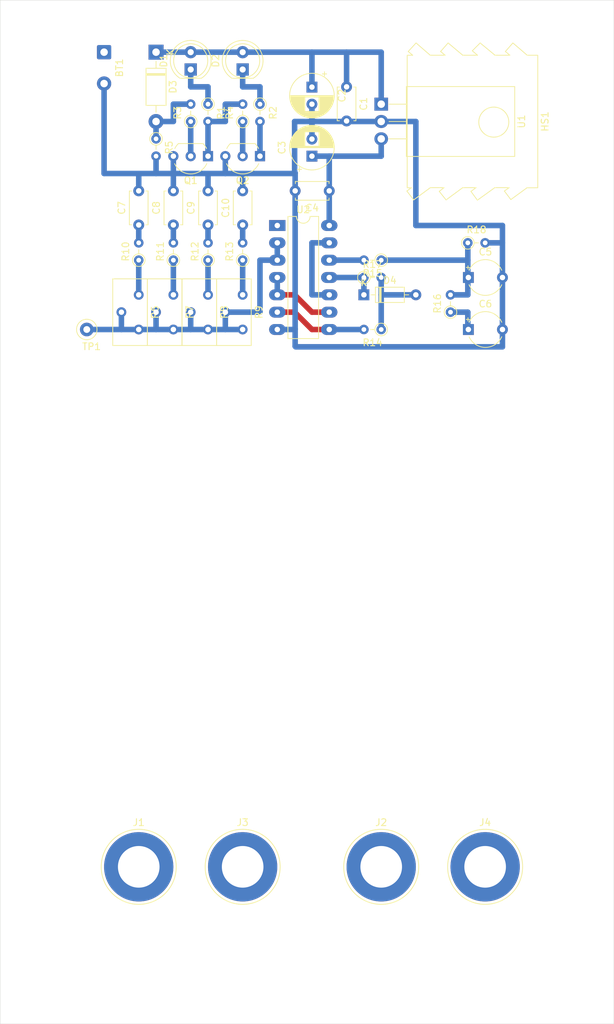
<source format=kicad_pcb>
(kicad_pcb (version 20171130) (host pcbnew 5.1.10-88a1d61d58~88~ubuntu18.04.1)

  (general
    (thickness 1.6)
    (drawings 95)
    (tracks 115)
    (zones 0)
    (modules 43)
    (nets 30)
  )

  (page A4)
  (layers
    (0 F.Cu signal)
    (31 B.Cu signal)
    (32 B.Adhes user)
    (33 F.Adhes user)
    (34 B.Paste user)
    (35 F.Paste user)
    (36 B.SilkS user)
    (37 F.SilkS user hide)
    (38 B.Mask user)
    (39 F.Mask user)
    (40 Dwgs.User user)
    (41 Cmts.User user)
    (42 Eco1.User user)
    (43 Eco2.User user)
    (44 Edge.Cuts user)
    (45 Margin user)
    (46 B.CrtYd user)
    (47 F.CrtYd user)
    (48 B.Fab user)
    (49 F.Fab user)
  )

  (setup
    (last_trace_width 0.8128)
    (trace_clearance 0.4064)
    (zone_clearance 0.508)
    (zone_45_only no)
    (trace_min 0.2)
    (via_size 0.8128)
    (via_drill 0.4572)
    (via_min_size 0.4)
    (via_min_drill 0.3)
    (uvia_size 0.3)
    (uvia_drill 0.1)
    (uvias_allowed no)
    (uvia_min_size 0.2)
    (uvia_min_drill 0.1)
    (edge_width 0.05)
    (segment_width 0.2)
    (pcb_text_width 0.3)
    (pcb_text_size 1.5 1.5)
    (mod_edge_width 0.12)
    (mod_text_size 1 1)
    (mod_text_width 0.15)
    (pad_size 1.524 1.524)
    (pad_drill 0.762)
    (pad_to_mask_clearance 0)
    (aux_axis_origin 0 0)
    (visible_elements FFFFFF7F)
    (pcbplotparams
      (layerselection 0x010fc_ffffffff)
      (usegerberextensions false)
      (usegerberattributes true)
      (usegerberadvancedattributes true)
      (creategerberjobfile true)
      (excludeedgelayer true)
      (linewidth 0.100000)
      (plotframeref false)
      (viasonmask false)
      (mode 1)
      (useauxorigin false)
      (hpglpennumber 1)
      (hpglpenspeed 20)
      (hpglpendiameter 15.000000)
      (psnegative false)
      (psa4output false)
      (plotreference true)
      (plotvalue true)
      (plotinvisibletext false)
      (padsonsilk false)
      (subtractmaskfromsilk false)
      (outputformat 1)
      (mirror false)
      (drillshape 1)
      (scaleselection 1)
      (outputdirectory ""))
  )

  (net 0 "")
  (net 1 "Net-(BT1-Pad1)")
  (net 2 GND)
  (net 3 "Net-(C1-Pad1)")
  (net 4 "Net-(C3-Pad1)")
  (net 5 "Net-(C5-Pad1)")
  (net 6 "Net-(C6-Pad1)")
  (net 7 "Net-(C7-Pad1)")
  (net 8 "Net-(C8-Pad1)")
  (net 9 "Net-(C9-Pad1)")
  (net 10 "Net-(C10-Pad1)")
  (net 11 "Net-(D1-Pad1)")
  (net 12 "Net-(D2-Pad1)")
  (net 13 "Net-(D3-Pad2)")
  (net 14 "Net-(D4-Pad1)")
  (net 15 "Net-(D4-Pad2)")
  (net 16 "Net-(Q1-Pad2)")
  (net 17 "Net-(Q1-Pad1)")
  (net 18 "Net-(Q2-Pad1)")
  (net 19 "Net-(Q2-Pad2)")
  (net 20 "Net-(R10-Pad1)")
  (net 21 "Net-(R6-Pad1)")
  (net 22 "Net-(R11-Pad1)")
  (net 23 "Net-(R12-Pad1)")
  (net 24 "Net-(R13-Pad1)")
  (net 25 "Net-(R14-Pad2)")
  (net 26 "Net-(R15-Pad2)")
  (net 27 "Net-(SW1-Pad14)")
  (net 28 "Net-(U2-Pad4)")
  (net 29 "Net-(U2-Pad10)")

  (net_class Default "This is the default net class."
    (clearance 0.4064)
    (trace_width 0.8128)
    (via_dia 0.8128)
    (via_drill 0.4572)
    (uvia_dia 0.3)
    (uvia_drill 0.1)
    (add_net GND)
    (add_net "Net-(BT1-Pad1)")
    (add_net "Net-(C1-Pad1)")
    (add_net "Net-(C10-Pad1)")
    (add_net "Net-(C3-Pad1)")
    (add_net "Net-(C5-Pad1)")
    (add_net "Net-(C6-Pad1)")
    (add_net "Net-(C7-Pad1)")
    (add_net "Net-(C8-Pad1)")
    (add_net "Net-(C9-Pad1)")
    (add_net "Net-(D1-Pad1)")
    (add_net "Net-(D2-Pad1)")
    (add_net "Net-(D3-Pad2)")
    (add_net "Net-(D4-Pad1)")
    (add_net "Net-(D4-Pad2)")
    (add_net "Net-(Q1-Pad1)")
    (add_net "Net-(Q1-Pad2)")
    (add_net "Net-(Q2-Pad1)")
    (add_net "Net-(Q2-Pad2)")
    (add_net "Net-(R10-Pad1)")
    (add_net "Net-(R11-Pad1)")
    (add_net "Net-(R12-Pad1)")
    (add_net "Net-(R13-Pad1)")
    (add_net "Net-(R14-Pad2)")
    (add_net "Net-(R15-Pad2)")
    (add_net "Net-(R6-Pad1)")
    (add_net "Net-(SW1-Pad14)")
    (add_net "Net-(U2-Pad10)")
    (add_net "Net-(U2-Pad4)")
  )

  (module Connector_Wire:SolderWire-0.5sqmm_1x02_P4.6mm_D0.9mm_OD2.1mm (layer F.Cu) (tedit 5EB70B43) (tstamp 6097D001)
    (at 15.24 7.62 270)
    (descr "Soldered wire connection, for 2 times 0.5 mm² wires, basic insulation, conductor diameter 0.9mm, outer diameter 2.1mm, size source Multi-Contact FLEXI-E 0.5 (https://ec.staubli.com/AcroFiles/Catalogues/TM_Cab-Main-11014119_(en)_hi.pdf), bend radius 3 times outer diameter, generated with kicad-footprint-generator")
    (tags "connector wire 0.5sqmm")
    (path /6096D229)
    (attr virtual)
    (fp_text reference BT1 (at 2.3 -2.25 90) (layer F.SilkS)
      (effects (font (size 1 1) (thickness 0.15)))
    )
    (fp_text value 9V (at 2.3 2.25 90) (layer F.Fab)
      (effects (font (size 1 1) (thickness 0.15)))
    )
    (fp_line (start 6.4 -1.55) (end 2.8 -1.55) (layer F.CrtYd) (width 0.05))
    (fp_line (start 6.4 1.55) (end 6.4 -1.55) (layer F.CrtYd) (width 0.05))
    (fp_line (start 2.8 1.55) (end 6.4 1.55) (layer F.CrtYd) (width 0.05))
    (fp_line (start 2.8 -1.55) (end 2.8 1.55) (layer F.CrtYd) (width 0.05))
    (fp_line (start 1.8 -1.55) (end -1.8 -1.55) (layer F.CrtYd) (width 0.05))
    (fp_line (start 1.8 1.55) (end 1.8 -1.55) (layer F.CrtYd) (width 0.05))
    (fp_line (start -1.8 1.55) (end 1.8 1.55) (layer F.CrtYd) (width 0.05))
    (fp_line (start -1.8 -1.55) (end -1.8 1.55) (layer F.CrtYd) (width 0.05))
    (fp_circle (center 4.6 0) (end 5.65 0) (layer F.Fab) (width 0.1))
    (fp_circle (center 0 0) (end 1.05 0) (layer F.Fab) (width 0.1))
    (fp_text user %R (at 2.3 0) (layer F.Fab)
      (effects (font (size 0.78 0.78) (thickness 0.12)))
    )
    (pad 1 thru_hole roundrect (at 0 0 270) (size 2.1 2.1) (drill 1.1) (layers *.Cu *.Mask) (roundrect_rratio 0.119048)
      (net 1 "Net-(BT1-Pad1)"))
    (pad 2 thru_hole circle (at 4.6 0 270) (size 2.1 2.1) (drill 1.1) (layers *.Cu *.Mask)
      (net 2 GND))
    (model ${KISYS3DMOD}/Connector_Wire.3dshapes/SolderWire-0.5sqmm_1x02_P4.6mm_D0.9mm_OD2.1mm.wrl
      (at (xyz 0 0 0))
      (scale (xyz 1 1 1))
      (rotate (xyz 0 0 0))
    )
  )

  (module Capacitor_THT:C_Disc_D4.7mm_W2.5mm_P5.00mm (layer F.Cu) (tedit 5AE50EF0) (tstamp 6097D016)
    (at 50.8 12.7 270)
    (descr "C, Disc series, Radial, pin pitch=5.00mm, , diameter*width=4.7*2.5mm^2, Capacitor, http://www.vishay.com/docs/45233/krseries.pdf")
    (tags "C Disc series Radial pin pitch 5.00mm  diameter 4.7mm width 2.5mm Capacitor")
    (path /609A56D2)
    (fp_text reference C1 (at 2.5 -2.5 90) (layer F.SilkS)
      (effects (font (size 1 1) (thickness 0.15)))
    )
    (fp_text value 100nF (at 2.54 -2.54 90) (layer F.Fab)
      (effects (font (size 1 1) (thickness 0.15)))
    )
    (fp_line (start 6.05 -1.5) (end -1.05 -1.5) (layer F.CrtYd) (width 0.05))
    (fp_line (start 6.05 1.5) (end 6.05 -1.5) (layer F.CrtYd) (width 0.05))
    (fp_line (start -1.05 1.5) (end 6.05 1.5) (layer F.CrtYd) (width 0.05))
    (fp_line (start -1.05 -1.5) (end -1.05 1.5) (layer F.CrtYd) (width 0.05))
    (fp_line (start 4.97 1.055) (end 4.97 1.37) (layer F.SilkS) (width 0.12))
    (fp_line (start 4.97 -1.37) (end 4.97 -1.055) (layer F.SilkS) (width 0.12))
    (fp_line (start 0.03 1.055) (end 0.03 1.37) (layer F.SilkS) (width 0.12))
    (fp_line (start 0.03 -1.37) (end 0.03 -1.055) (layer F.SilkS) (width 0.12))
    (fp_line (start 0.03 1.37) (end 4.97 1.37) (layer F.SilkS) (width 0.12))
    (fp_line (start 0.03 -1.37) (end 4.97 -1.37) (layer F.SilkS) (width 0.12))
    (fp_line (start 4.85 -1.25) (end 0.15 -1.25) (layer F.Fab) (width 0.1))
    (fp_line (start 4.85 1.25) (end 4.85 -1.25) (layer F.Fab) (width 0.1))
    (fp_line (start 0.15 1.25) (end 4.85 1.25) (layer F.Fab) (width 0.1))
    (fp_line (start 0.15 -1.25) (end 0.15 1.25) (layer F.Fab) (width 0.1))
    (fp_text user %R (at 2.5 0 90) (layer F.Fab)
      (effects (font (size 0.94 0.94) (thickness 0.141)))
    )
    (pad 1 thru_hole circle (at 0 0 270) (size 1.6 1.6) (drill 0.8) (layers *.Cu *.Mask)
      (net 3 "Net-(C1-Pad1)"))
    (pad 2 thru_hole circle (at 5 0 270) (size 1.6 1.6) (drill 0.8) (layers *.Cu *.Mask)
      (net 2 GND))
    (model ${KISYS3DMOD}/Capacitor_THT.3dshapes/C_Disc_D4.7mm_W2.5mm_P5.00mm.wrl
      (at (xyz 0 0 0))
      (scale (xyz 1 1 1))
      (rotate (xyz 0 0 0))
    )
  )

  (module Capacitor_THT:CP_Radial_D6.3mm_P2.50mm (layer F.Cu) (tedit 5AE50EF0) (tstamp 6097D0AA)
    (at 45.72 12.74 270)
    (descr "CP, Radial series, Radial, pin pitch=2.50mm, , diameter=6.3mm, Electrolytic Capacitor")
    (tags "CP Radial series Radial pin pitch 2.50mm  diameter 6.3mm Electrolytic Capacitor")
    (path /609A492E)
    (fp_text reference C2 (at 1.25 -4.4 90) (layer F.SilkS)
      (effects (font (size 1 1) (thickness 0.15)))
    )
    (fp_text value 100µF (at 1.23 4.445 90) (layer F.Fab)
      (effects (font (size 1 1) (thickness 0.15)))
    )
    (fp_line (start -1.935241 -2.154) (end -1.935241 -1.524) (layer F.SilkS) (width 0.12))
    (fp_line (start -2.250241 -1.839) (end -1.620241 -1.839) (layer F.SilkS) (width 0.12))
    (fp_line (start 4.491 -0.402) (end 4.491 0.402) (layer F.SilkS) (width 0.12))
    (fp_line (start 4.451 -0.633) (end 4.451 0.633) (layer F.SilkS) (width 0.12))
    (fp_line (start 4.411 -0.802) (end 4.411 0.802) (layer F.SilkS) (width 0.12))
    (fp_line (start 4.371 -0.94) (end 4.371 0.94) (layer F.SilkS) (width 0.12))
    (fp_line (start 4.331 -1.059) (end 4.331 1.059) (layer F.SilkS) (width 0.12))
    (fp_line (start 4.291 -1.165) (end 4.291 1.165) (layer F.SilkS) (width 0.12))
    (fp_line (start 4.251 -1.262) (end 4.251 1.262) (layer F.SilkS) (width 0.12))
    (fp_line (start 4.211 -1.35) (end 4.211 1.35) (layer F.SilkS) (width 0.12))
    (fp_line (start 4.171 -1.432) (end 4.171 1.432) (layer F.SilkS) (width 0.12))
    (fp_line (start 4.131 -1.509) (end 4.131 1.509) (layer F.SilkS) (width 0.12))
    (fp_line (start 4.091 -1.581) (end 4.091 1.581) (layer F.SilkS) (width 0.12))
    (fp_line (start 4.051 -1.65) (end 4.051 1.65) (layer F.SilkS) (width 0.12))
    (fp_line (start 4.011 -1.714) (end 4.011 1.714) (layer F.SilkS) (width 0.12))
    (fp_line (start 3.971 -1.776) (end 3.971 1.776) (layer F.SilkS) (width 0.12))
    (fp_line (start 3.931 -1.834) (end 3.931 1.834) (layer F.SilkS) (width 0.12))
    (fp_line (start 3.891 -1.89) (end 3.891 1.89) (layer F.SilkS) (width 0.12))
    (fp_line (start 3.851 -1.944) (end 3.851 1.944) (layer F.SilkS) (width 0.12))
    (fp_line (start 3.811 -1.995) (end 3.811 1.995) (layer F.SilkS) (width 0.12))
    (fp_line (start 3.771 -2.044) (end 3.771 2.044) (layer F.SilkS) (width 0.12))
    (fp_line (start 3.731 -2.092) (end 3.731 2.092) (layer F.SilkS) (width 0.12))
    (fp_line (start 3.691 -2.137) (end 3.691 2.137) (layer F.SilkS) (width 0.12))
    (fp_line (start 3.651 -2.182) (end 3.651 2.182) (layer F.SilkS) (width 0.12))
    (fp_line (start 3.611 -2.224) (end 3.611 2.224) (layer F.SilkS) (width 0.12))
    (fp_line (start 3.571 -2.265) (end 3.571 2.265) (layer F.SilkS) (width 0.12))
    (fp_line (start 3.531 1.04) (end 3.531 2.305) (layer F.SilkS) (width 0.12))
    (fp_line (start 3.531 -2.305) (end 3.531 -1.04) (layer F.SilkS) (width 0.12))
    (fp_line (start 3.491 1.04) (end 3.491 2.343) (layer F.SilkS) (width 0.12))
    (fp_line (start 3.491 -2.343) (end 3.491 -1.04) (layer F.SilkS) (width 0.12))
    (fp_line (start 3.451 1.04) (end 3.451 2.38) (layer F.SilkS) (width 0.12))
    (fp_line (start 3.451 -2.38) (end 3.451 -1.04) (layer F.SilkS) (width 0.12))
    (fp_line (start 3.411 1.04) (end 3.411 2.416) (layer F.SilkS) (width 0.12))
    (fp_line (start 3.411 -2.416) (end 3.411 -1.04) (layer F.SilkS) (width 0.12))
    (fp_line (start 3.371 1.04) (end 3.371 2.45) (layer F.SilkS) (width 0.12))
    (fp_line (start 3.371 -2.45) (end 3.371 -1.04) (layer F.SilkS) (width 0.12))
    (fp_line (start 3.331 1.04) (end 3.331 2.484) (layer F.SilkS) (width 0.12))
    (fp_line (start 3.331 -2.484) (end 3.331 -1.04) (layer F.SilkS) (width 0.12))
    (fp_line (start 3.291 1.04) (end 3.291 2.516) (layer F.SilkS) (width 0.12))
    (fp_line (start 3.291 -2.516) (end 3.291 -1.04) (layer F.SilkS) (width 0.12))
    (fp_line (start 3.251 1.04) (end 3.251 2.548) (layer F.SilkS) (width 0.12))
    (fp_line (start 3.251 -2.548) (end 3.251 -1.04) (layer F.SilkS) (width 0.12))
    (fp_line (start 3.211 1.04) (end 3.211 2.578) (layer F.SilkS) (width 0.12))
    (fp_line (start 3.211 -2.578) (end 3.211 -1.04) (layer F.SilkS) (width 0.12))
    (fp_line (start 3.171 1.04) (end 3.171 2.607) (layer F.SilkS) (width 0.12))
    (fp_line (start 3.171 -2.607) (end 3.171 -1.04) (layer F.SilkS) (width 0.12))
    (fp_line (start 3.131 1.04) (end 3.131 2.636) (layer F.SilkS) (width 0.12))
    (fp_line (start 3.131 -2.636) (end 3.131 -1.04) (layer F.SilkS) (width 0.12))
    (fp_line (start 3.091 1.04) (end 3.091 2.664) (layer F.SilkS) (width 0.12))
    (fp_line (start 3.091 -2.664) (end 3.091 -1.04) (layer F.SilkS) (width 0.12))
    (fp_line (start 3.051 1.04) (end 3.051 2.69) (layer F.SilkS) (width 0.12))
    (fp_line (start 3.051 -2.69) (end 3.051 -1.04) (layer F.SilkS) (width 0.12))
    (fp_line (start 3.011 1.04) (end 3.011 2.716) (layer F.SilkS) (width 0.12))
    (fp_line (start 3.011 -2.716) (end 3.011 -1.04) (layer F.SilkS) (width 0.12))
    (fp_line (start 2.971 1.04) (end 2.971 2.742) (layer F.SilkS) (width 0.12))
    (fp_line (start 2.971 -2.742) (end 2.971 -1.04) (layer F.SilkS) (width 0.12))
    (fp_line (start 2.931 1.04) (end 2.931 2.766) (layer F.SilkS) (width 0.12))
    (fp_line (start 2.931 -2.766) (end 2.931 -1.04) (layer F.SilkS) (width 0.12))
    (fp_line (start 2.891 1.04) (end 2.891 2.79) (layer F.SilkS) (width 0.12))
    (fp_line (start 2.891 -2.79) (end 2.891 -1.04) (layer F.SilkS) (width 0.12))
    (fp_line (start 2.851 1.04) (end 2.851 2.812) (layer F.SilkS) (width 0.12))
    (fp_line (start 2.851 -2.812) (end 2.851 -1.04) (layer F.SilkS) (width 0.12))
    (fp_line (start 2.811 1.04) (end 2.811 2.834) (layer F.SilkS) (width 0.12))
    (fp_line (start 2.811 -2.834) (end 2.811 -1.04) (layer F.SilkS) (width 0.12))
    (fp_line (start 2.771 1.04) (end 2.771 2.856) (layer F.SilkS) (width 0.12))
    (fp_line (start 2.771 -2.856) (end 2.771 -1.04) (layer F.SilkS) (width 0.12))
    (fp_line (start 2.731 1.04) (end 2.731 2.876) (layer F.SilkS) (width 0.12))
    (fp_line (start 2.731 -2.876) (end 2.731 -1.04) (layer F.SilkS) (width 0.12))
    (fp_line (start 2.691 1.04) (end 2.691 2.896) (layer F.SilkS) (width 0.12))
    (fp_line (start 2.691 -2.896) (end 2.691 -1.04) (layer F.SilkS) (width 0.12))
    (fp_line (start 2.651 1.04) (end 2.651 2.916) (layer F.SilkS) (width 0.12))
    (fp_line (start 2.651 -2.916) (end 2.651 -1.04) (layer F.SilkS) (width 0.12))
    (fp_line (start 2.611 1.04) (end 2.611 2.934) (layer F.SilkS) (width 0.12))
    (fp_line (start 2.611 -2.934) (end 2.611 -1.04) (layer F.SilkS) (width 0.12))
    (fp_line (start 2.571 1.04) (end 2.571 2.952) (layer F.SilkS) (width 0.12))
    (fp_line (start 2.571 -2.952) (end 2.571 -1.04) (layer F.SilkS) (width 0.12))
    (fp_line (start 2.531 1.04) (end 2.531 2.97) (layer F.SilkS) (width 0.12))
    (fp_line (start 2.531 -2.97) (end 2.531 -1.04) (layer F.SilkS) (width 0.12))
    (fp_line (start 2.491 1.04) (end 2.491 2.986) (layer F.SilkS) (width 0.12))
    (fp_line (start 2.491 -2.986) (end 2.491 -1.04) (layer F.SilkS) (width 0.12))
    (fp_line (start 2.451 1.04) (end 2.451 3.002) (layer F.SilkS) (width 0.12))
    (fp_line (start 2.451 -3.002) (end 2.451 -1.04) (layer F.SilkS) (width 0.12))
    (fp_line (start 2.411 1.04) (end 2.411 3.018) (layer F.SilkS) (width 0.12))
    (fp_line (start 2.411 -3.018) (end 2.411 -1.04) (layer F.SilkS) (width 0.12))
    (fp_line (start 2.371 1.04) (end 2.371 3.033) (layer F.SilkS) (width 0.12))
    (fp_line (start 2.371 -3.033) (end 2.371 -1.04) (layer F.SilkS) (width 0.12))
    (fp_line (start 2.331 1.04) (end 2.331 3.047) (layer F.SilkS) (width 0.12))
    (fp_line (start 2.331 -3.047) (end 2.331 -1.04) (layer F.SilkS) (width 0.12))
    (fp_line (start 2.291 1.04) (end 2.291 3.061) (layer F.SilkS) (width 0.12))
    (fp_line (start 2.291 -3.061) (end 2.291 -1.04) (layer F.SilkS) (width 0.12))
    (fp_line (start 2.251 1.04) (end 2.251 3.074) (layer F.SilkS) (width 0.12))
    (fp_line (start 2.251 -3.074) (end 2.251 -1.04) (layer F.SilkS) (width 0.12))
    (fp_line (start 2.211 1.04) (end 2.211 3.086) (layer F.SilkS) (width 0.12))
    (fp_line (start 2.211 -3.086) (end 2.211 -1.04) (layer F.SilkS) (width 0.12))
    (fp_line (start 2.171 1.04) (end 2.171 3.098) (layer F.SilkS) (width 0.12))
    (fp_line (start 2.171 -3.098) (end 2.171 -1.04) (layer F.SilkS) (width 0.12))
    (fp_line (start 2.131 1.04) (end 2.131 3.11) (layer F.SilkS) (width 0.12))
    (fp_line (start 2.131 -3.11) (end 2.131 -1.04) (layer F.SilkS) (width 0.12))
    (fp_line (start 2.091 1.04) (end 2.091 3.121) (layer F.SilkS) (width 0.12))
    (fp_line (start 2.091 -3.121) (end 2.091 -1.04) (layer F.SilkS) (width 0.12))
    (fp_line (start 2.051 1.04) (end 2.051 3.131) (layer F.SilkS) (width 0.12))
    (fp_line (start 2.051 -3.131) (end 2.051 -1.04) (layer F.SilkS) (width 0.12))
    (fp_line (start 2.011 1.04) (end 2.011 3.141) (layer F.SilkS) (width 0.12))
    (fp_line (start 2.011 -3.141) (end 2.011 -1.04) (layer F.SilkS) (width 0.12))
    (fp_line (start 1.971 1.04) (end 1.971 3.15) (layer F.SilkS) (width 0.12))
    (fp_line (start 1.971 -3.15) (end 1.971 -1.04) (layer F.SilkS) (width 0.12))
    (fp_line (start 1.93 1.04) (end 1.93 3.159) (layer F.SilkS) (width 0.12))
    (fp_line (start 1.93 -3.159) (end 1.93 -1.04) (layer F.SilkS) (width 0.12))
    (fp_line (start 1.89 1.04) (end 1.89 3.167) (layer F.SilkS) (width 0.12))
    (fp_line (start 1.89 -3.167) (end 1.89 -1.04) (layer F.SilkS) (width 0.12))
    (fp_line (start 1.85 1.04) (end 1.85 3.175) (layer F.SilkS) (width 0.12))
    (fp_line (start 1.85 -3.175) (end 1.85 -1.04) (layer F.SilkS) (width 0.12))
    (fp_line (start 1.81 1.04) (end 1.81 3.182) (layer F.SilkS) (width 0.12))
    (fp_line (start 1.81 -3.182) (end 1.81 -1.04) (layer F.SilkS) (width 0.12))
    (fp_line (start 1.77 1.04) (end 1.77 3.189) (layer F.SilkS) (width 0.12))
    (fp_line (start 1.77 -3.189) (end 1.77 -1.04) (layer F.SilkS) (width 0.12))
    (fp_line (start 1.73 1.04) (end 1.73 3.195) (layer F.SilkS) (width 0.12))
    (fp_line (start 1.73 -3.195) (end 1.73 -1.04) (layer F.SilkS) (width 0.12))
    (fp_line (start 1.69 1.04) (end 1.69 3.201) (layer F.SilkS) (width 0.12))
    (fp_line (start 1.69 -3.201) (end 1.69 -1.04) (layer F.SilkS) (width 0.12))
    (fp_line (start 1.65 1.04) (end 1.65 3.206) (layer F.SilkS) (width 0.12))
    (fp_line (start 1.65 -3.206) (end 1.65 -1.04) (layer F.SilkS) (width 0.12))
    (fp_line (start 1.61 1.04) (end 1.61 3.211) (layer F.SilkS) (width 0.12))
    (fp_line (start 1.61 -3.211) (end 1.61 -1.04) (layer F.SilkS) (width 0.12))
    (fp_line (start 1.57 1.04) (end 1.57 3.215) (layer F.SilkS) (width 0.12))
    (fp_line (start 1.57 -3.215) (end 1.57 -1.04) (layer F.SilkS) (width 0.12))
    (fp_line (start 1.53 1.04) (end 1.53 3.218) (layer F.SilkS) (width 0.12))
    (fp_line (start 1.53 -3.218) (end 1.53 -1.04) (layer F.SilkS) (width 0.12))
    (fp_line (start 1.49 1.04) (end 1.49 3.222) (layer F.SilkS) (width 0.12))
    (fp_line (start 1.49 -3.222) (end 1.49 -1.04) (layer F.SilkS) (width 0.12))
    (fp_line (start 1.45 -3.224) (end 1.45 3.224) (layer F.SilkS) (width 0.12))
    (fp_line (start 1.41 -3.227) (end 1.41 3.227) (layer F.SilkS) (width 0.12))
    (fp_line (start 1.37 -3.228) (end 1.37 3.228) (layer F.SilkS) (width 0.12))
    (fp_line (start 1.33 -3.23) (end 1.33 3.23) (layer F.SilkS) (width 0.12))
    (fp_line (start 1.29 -3.23) (end 1.29 3.23) (layer F.SilkS) (width 0.12))
    (fp_line (start 1.25 -3.23) (end 1.25 3.23) (layer F.SilkS) (width 0.12))
    (fp_line (start -1.128972 -1.6885) (end -1.128972 -1.0585) (layer F.Fab) (width 0.1))
    (fp_line (start -1.443972 -1.3735) (end -0.813972 -1.3735) (layer F.Fab) (width 0.1))
    (fp_circle (center 1.25 0) (end 4.65 0) (layer F.CrtYd) (width 0.05))
    (fp_circle (center 1.25 0) (end 4.52 0) (layer F.SilkS) (width 0.12))
    (fp_circle (center 1.25 0) (end 4.4 0) (layer F.Fab) (width 0.1))
    (fp_text user %R (at 1.25 0 90) (layer F.Fab)
      (effects (font (size 1 1) (thickness 0.15)))
    )
    (pad 1 thru_hole rect (at 0 0 270) (size 1.6 1.6) (drill 0.8) (layers *.Cu *.Mask)
      (net 3 "Net-(C1-Pad1)"))
    (pad 2 thru_hole circle (at 2.5 0 270) (size 1.6 1.6) (drill 0.8) (layers *.Cu *.Mask)
      (net 2 GND))
    (model ${KISYS3DMOD}/Capacitor_THT.3dshapes/CP_Radial_D6.3mm_P2.50mm.wrl
      (at (xyz 0 0 0))
      (scale (xyz 1 1 1))
      (rotate (xyz 0 0 0))
    )
  )

  (module Capacitor_THT:CP_Radial_D6.3mm_P2.50mm (layer F.Cu) (tedit 5AE50EF0) (tstamp 6097D13E)
    (at 45.72 22.86 90)
    (descr "CP, Radial series, Radial, pin pitch=2.50mm, , diameter=6.3mm, Electrolytic Capacitor")
    (tags "CP Radial series Radial pin pitch 2.50mm  diameter 6.3mm Electrolytic Capacitor")
    (path /609A4F19)
    (fp_text reference C3 (at 1.25 -4.4 90) (layer F.SilkS)
      (effects (font (size 1 1) (thickness 0.15)))
    )
    (fp_text value 100µF (at 1.25 -4.445 90) (layer F.Fab)
      (effects (font (size 1 1) (thickness 0.15)))
    )
    (fp_circle (center 1.25 0) (end 4.4 0) (layer F.Fab) (width 0.1))
    (fp_circle (center 1.25 0) (end 4.52 0) (layer F.SilkS) (width 0.12))
    (fp_circle (center 1.25 0) (end 4.65 0) (layer F.CrtYd) (width 0.05))
    (fp_line (start -1.443972 -1.3735) (end -0.813972 -1.3735) (layer F.Fab) (width 0.1))
    (fp_line (start -1.128972 -1.6885) (end -1.128972 -1.0585) (layer F.Fab) (width 0.1))
    (fp_line (start 1.25 -3.23) (end 1.25 3.23) (layer F.SilkS) (width 0.12))
    (fp_line (start 1.29 -3.23) (end 1.29 3.23) (layer F.SilkS) (width 0.12))
    (fp_line (start 1.33 -3.23) (end 1.33 3.23) (layer F.SilkS) (width 0.12))
    (fp_line (start 1.37 -3.228) (end 1.37 3.228) (layer F.SilkS) (width 0.12))
    (fp_line (start 1.41 -3.227) (end 1.41 3.227) (layer F.SilkS) (width 0.12))
    (fp_line (start 1.45 -3.224) (end 1.45 3.224) (layer F.SilkS) (width 0.12))
    (fp_line (start 1.49 -3.222) (end 1.49 -1.04) (layer F.SilkS) (width 0.12))
    (fp_line (start 1.49 1.04) (end 1.49 3.222) (layer F.SilkS) (width 0.12))
    (fp_line (start 1.53 -3.218) (end 1.53 -1.04) (layer F.SilkS) (width 0.12))
    (fp_line (start 1.53 1.04) (end 1.53 3.218) (layer F.SilkS) (width 0.12))
    (fp_line (start 1.57 -3.215) (end 1.57 -1.04) (layer F.SilkS) (width 0.12))
    (fp_line (start 1.57 1.04) (end 1.57 3.215) (layer F.SilkS) (width 0.12))
    (fp_line (start 1.61 -3.211) (end 1.61 -1.04) (layer F.SilkS) (width 0.12))
    (fp_line (start 1.61 1.04) (end 1.61 3.211) (layer F.SilkS) (width 0.12))
    (fp_line (start 1.65 -3.206) (end 1.65 -1.04) (layer F.SilkS) (width 0.12))
    (fp_line (start 1.65 1.04) (end 1.65 3.206) (layer F.SilkS) (width 0.12))
    (fp_line (start 1.69 -3.201) (end 1.69 -1.04) (layer F.SilkS) (width 0.12))
    (fp_line (start 1.69 1.04) (end 1.69 3.201) (layer F.SilkS) (width 0.12))
    (fp_line (start 1.73 -3.195) (end 1.73 -1.04) (layer F.SilkS) (width 0.12))
    (fp_line (start 1.73 1.04) (end 1.73 3.195) (layer F.SilkS) (width 0.12))
    (fp_line (start 1.77 -3.189) (end 1.77 -1.04) (layer F.SilkS) (width 0.12))
    (fp_line (start 1.77 1.04) (end 1.77 3.189) (layer F.SilkS) (width 0.12))
    (fp_line (start 1.81 -3.182) (end 1.81 -1.04) (layer F.SilkS) (width 0.12))
    (fp_line (start 1.81 1.04) (end 1.81 3.182) (layer F.SilkS) (width 0.12))
    (fp_line (start 1.85 -3.175) (end 1.85 -1.04) (layer F.SilkS) (width 0.12))
    (fp_line (start 1.85 1.04) (end 1.85 3.175) (layer F.SilkS) (width 0.12))
    (fp_line (start 1.89 -3.167) (end 1.89 -1.04) (layer F.SilkS) (width 0.12))
    (fp_line (start 1.89 1.04) (end 1.89 3.167) (layer F.SilkS) (width 0.12))
    (fp_line (start 1.93 -3.159) (end 1.93 -1.04) (layer F.SilkS) (width 0.12))
    (fp_line (start 1.93 1.04) (end 1.93 3.159) (layer F.SilkS) (width 0.12))
    (fp_line (start 1.971 -3.15) (end 1.971 -1.04) (layer F.SilkS) (width 0.12))
    (fp_line (start 1.971 1.04) (end 1.971 3.15) (layer F.SilkS) (width 0.12))
    (fp_line (start 2.011 -3.141) (end 2.011 -1.04) (layer F.SilkS) (width 0.12))
    (fp_line (start 2.011 1.04) (end 2.011 3.141) (layer F.SilkS) (width 0.12))
    (fp_line (start 2.051 -3.131) (end 2.051 -1.04) (layer F.SilkS) (width 0.12))
    (fp_line (start 2.051 1.04) (end 2.051 3.131) (layer F.SilkS) (width 0.12))
    (fp_line (start 2.091 -3.121) (end 2.091 -1.04) (layer F.SilkS) (width 0.12))
    (fp_line (start 2.091 1.04) (end 2.091 3.121) (layer F.SilkS) (width 0.12))
    (fp_line (start 2.131 -3.11) (end 2.131 -1.04) (layer F.SilkS) (width 0.12))
    (fp_line (start 2.131 1.04) (end 2.131 3.11) (layer F.SilkS) (width 0.12))
    (fp_line (start 2.171 -3.098) (end 2.171 -1.04) (layer F.SilkS) (width 0.12))
    (fp_line (start 2.171 1.04) (end 2.171 3.098) (layer F.SilkS) (width 0.12))
    (fp_line (start 2.211 -3.086) (end 2.211 -1.04) (layer F.SilkS) (width 0.12))
    (fp_line (start 2.211 1.04) (end 2.211 3.086) (layer F.SilkS) (width 0.12))
    (fp_line (start 2.251 -3.074) (end 2.251 -1.04) (layer F.SilkS) (width 0.12))
    (fp_line (start 2.251 1.04) (end 2.251 3.074) (layer F.SilkS) (width 0.12))
    (fp_line (start 2.291 -3.061) (end 2.291 -1.04) (layer F.SilkS) (width 0.12))
    (fp_line (start 2.291 1.04) (end 2.291 3.061) (layer F.SilkS) (width 0.12))
    (fp_line (start 2.331 -3.047) (end 2.331 -1.04) (layer F.SilkS) (width 0.12))
    (fp_line (start 2.331 1.04) (end 2.331 3.047) (layer F.SilkS) (width 0.12))
    (fp_line (start 2.371 -3.033) (end 2.371 -1.04) (layer F.SilkS) (width 0.12))
    (fp_line (start 2.371 1.04) (end 2.371 3.033) (layer F.SilkS) (width 0.12))
    (fp_line (start 2.411 -3.018) (end 2.411 -1.04) (layer F.SilkS) (width 0.12))
    (fp_line (start 2.411 1.04) (end 2.411 3.018) (layer F.SilkS) (width 0.12))
    (fp_line (start 2.451 -3.002) (end 2.451 -1.04) (layer F.SilkS) (width 0.12))
    (fp_line (start 2.451 1.04) (end 2.451 3.002) (layer F.SilkS) (width 0.12))
    (fp_line (start 2.491 -2.986) (end 2.491 -1.04) (layer F.SilkS) (width 0.12))
    (fp_line (start 2.491 1.04) (end 2.491 2.986) (layer F.SilkS) (width 0.12))
    (fp_line (start 2.531 -2.97) (end 2.531 -1.04) (layer F.SilkS) (width 0.12))
    (fp_line (start 2.531 1.04) (end 2.531 2.97) (layer F.SilkS) (width 0.12))
    (fp_line (start 2.571 -2.952) (end 2.571 -1.04) (layer F.SilkS) (width 0.12))
    (fp_line (start 2.571 1.04) (end 2.571 2.952) (layer F.SilkS) (width 0.12))
    (fp_line (start 2.611 -2.934) (end 2.611 -1.04) (layer F.SilkS) (width 0.12))
    (fp_line (start 2.611 1.04) (end 2.611 2.934) (layer F.SilkS) (width 0.12))
    (fp_line (start 2.651 -2.916) (end 2.651 -1.04) (layer F.SilkS) (width 0.12))
    (fp_line (start 2.651 1.04) (end 2.651 2.916) (layer F.SilkS) (width 0.12))
    (fp_line (start 2.691 -2.896) (end 2.691 -1.04) (layer F.SilkS) (width 0.12))
    (fp_line (start 2.691 1.04) (end 2.691 2.896) (layer F.SilkS) (width 0.12))
    (fp_line (start 2.731 -2.876) (end 2.731 -1.04) (layer F.SilkS) (width 0.12))
    (fp_line (start 2.731 1.04) (end 2.731 2.876) (layer F.SilkS) (width 0.12))
    (fp_line (start 2.771 -2.856) (end 2.771 -1.04) (layer F.SilkS) (width 0.12))
    (fp_line (start 2.771 1.04) (end 2.771 2.856) (layer F.SilkS) (width 0.12))
    (fp_line (start 2.811 -2.834) (end 2.811 -1.04) (layer F.SilkS) (width 0.12))
    (fp_line (start 2.811 1.04) (end 2.811 2.834) (layer F.SilkS) (width 0.12))
    (fp_line (start 2.851 -2.812) (end 2.851 -1.04) (layer F.SilkS) (width 0.12))
    (fp_line (start 2.851 1.04) (end 2.851 2.812) (layer F.SilkS) (width 0.12))
    (fp_line (start 2.891 -2.79) (end 2.891 -1.04) (layer F.SilkS) (width 0.12))
    (fp_line (start 2.891 1.04) (end 2.891 2.79) (layer F.SilkS) (width 0.12))
    (fp_line (start 2.931 -2.766) (end 2.931 -1.04) (layer F.SilkS) (width 0.12))
    (fp_line (start 2.931 1.04) (end 2.931 2.766) (layer F.SilkS) (width 0.12))
    (fp_line (start 2.971 -2.742) (end 2.971 -1.04) (layer F.SilkS) (width 0.12))
    (fp_line (start 2.971 1.04) (end 2.971 2.742) (layer F.SilkS) (width 0.12))
    (fp_line (start 3.011 -2.716) (end 3.011 -1.04) (layer F.SilkS) (width 0.12))
    (fp_line (start 3.011 1.04) (end 3.011 2.716) (layer F.SilkS) (width 0.12))
    (fp_line (start 3.051 -2.69) (end 3.051 -1.04) (layer F.SilkS) (width 0.12))
    (fp_line (start 3.051 1.04) (end 3.051 2.69) (layer F.SilkS) (width 0.12))
    (fp_line (start 3.091 -2.664) (end 3.091 -1.04) (layer F.SilkS) (width 0.12))
    (fp_line (start 3.091 1.04) (end 3.091 2.664) (layer F.SilkS) (width 0.12))
    (fp_line (start 3.131 -2.636) (end 3.131 -1.04) (layer F.SilkS) (width 0.12))
    (fp_line (start 3.131 1.04) (end 3.131 2.636) (layer F.SilkS) (width 0.12))
    (fp_line (start 3.171 -2.607) (end 3.171 -1.04) (layer F.SilkS) (width 0.12))
    (fp_line (start 3.171 1.04) (end 3.171 2.607) (layer F.SilkS) (width 0.12))
    (fp_line (start 3.211 -2.578) (end 3.211 -1.04) (layer F.SilkS) (width 0.12))
    (fp_line (start 3.211 1.04) (end 3.211 2.578) (layer F.SilkS) (width 0.12))
    (fp_line (start 3.251 -2.548) (end 3.251 -1.04) (layer F.SilkS) (width 0.12))
    (fp_line (start 3.251 1.04) (end 3.251 2.548) (layer F.SilkS) (width 0.12))
    (fp_line (start 3.291 -2.516) (end 3.291 -1.04) (layer F.SilkS) (width 0.12))
    (fp_line (start 3.291 1.04) (end 3.291 2.516) (layer F.SilkS) (width 0.12))
    (fp_line (start 3.331 -2.484) (end 3.331 -1.04) (layer F.SilkS) (width 0.12))
    (fp_line (start 3.331 1.04) (end 3.331 2.484) (layer F.SilkS) (width 0.12))
    (fp_line (start 3.371 -2.45) (end 3.371 -1.04) (layer F.SilkS) (width 0.12))
    (fp_line (start 3.371 1.04) (end 3.371 2.45) (layer F.SilkS) (width 0.12))
    (fp_line (start 3.411 -2.416) (end 3.411 -1.04) (layer F.SilkS) (width 0.12))
    (fp_line (start 3.411 1.04) (end 3.411 2.416) (layer F.SilkS) (width 0.12))
    (fp_line (start 3.451 -2.38) (end 3.451 -1.04) (layer F.SilkS) (width 0.12))
    (fp_line (start 3.451 1.04) (end 3.451 2.38) (layer F.SilkS) (width 0.12))
    (fp_line (start 3.491 -2.343) (end 3.491 -1.04) (layer F.SilkS) (width 0.12))
    (fp_line (start 3.491 1.04) (end 3.491 2.343) (layer F.SilkS) (width 0.12))
    (fp_line (start 3.531 -2.305) (end 3.531 -1.04) (layer F.SilkS) (width 0.12))
    (fp_line (start 3.531 1.04) (end 3.531 2.305) (layer F.SilkS) (width 0.12))
    (fp_line (start 3.571 -2.265) (end 3.571 2.265) (layer F.SilkS) (width 0.12))
    (fp_line (start 3.611 -2.224) (end 3.611 2.224) (layer F.SilkS) (width 0.12))
    (fp_line (start 3.651 -2.182) (end 3.651 2.182) (layer F.SilkS) (width 0.12))
    (fp_line (start 3.691 -2.137) (end 3.691 2.137) (layer F.SilkS) (width 0.12))
    (fp_line (start 3.731 -2.092) (end 3.731 2.092) (layer F.SilkS) (width 0.12))
    (fp_line (start 3.771 -2.044) (end 3.771 2.044) (layer F.SilkS) (width 0.12))
    (fp_line (start 3.811 -1.995) (end 3.811 1.995) (layer F.SilkS) (width 0.12))
    (fp_line (start 3.851 -1.944) (end 3.851 1.944) (layer F.SilkS) (width 0.12))
    (fp_line (start 3.891 -1.89) (end 3.891 1.89) (layer F.SilkS) (width 0.12))
    (fp_line (start 3.931 -1.834) (end 3.931 1.834) (layer F.SilkS) (width 0.12))
    (fp_line (start 3.971 -1.776) (end 3.971 1.776) (layer F.SilkS) (width 0.12))
    (fp_line (start 4.011 -1.714) (end 4.011 1.714) (layer F.SilkS) (width 0.12))
    (fp_line (start 4.051 -1.65) (end 4.051 1.65) (layer F.SilkS) (width 0.12))
    (fp_line (start 4.091 -1.581) (end 4.091 1.581) (layer F.SilkS) (width 0.12))
    (fp_line (start 4.131 -1.509) (end 4.131 1.509) (layer F.SilkS) (width 0.12))
    (fp_line (start 4.171 -1.432) (end 4.171 1.432) (layer F.SilkS) (width 0.12))
    (fp_line (start 4.211 -1.35) (end 4.211 1.35) (layer F.SilkS) (width 0.12))
    (fp_line (start 4.251 -1.262) (end 4.251 1.262) (layer F.SilkS) (width 0.12))
    (fp_line (start 4.291 -1.165) (end 4.291 1.165) (layer F.SilkS) (width 0.12))
    (fp_line (start 4.331 -1.059) (end 4.331 1.059) (layer F.SilkS) (width 0.12))
    (fp_line (start 4.371 -0.94) (end 4.371 0.94) (layer F.SilkS) (width 0.12))
    (fp_line (start 4.411 -0.802) (end 4.411 0.802) (layer F.SilkS) (width 0.12))
    (fp_line (start 4.451 -0.633) (end 4.451 0.633) (layer F.SilkS) (width 0.12))
    (fp_line (start 4.491 -0.402) (end 4.491 0.402) (layer F.SilkS) (width 0.12))
    (fp_line (start -2.250241 -1.839) (end -1.620241 -1.839) (layer F.SilkS) (width 0.12))
    (fp_line (start -1.935241 -2.154) (end -1.935241 -1.524) (layer F.SilkS) (width 0.12))
    (fp_text user %R (at 1.25 0 90) (layer F.Fab)
      (effects (font (size 1 1) (thickness 0.15)))
    )
    (pad 2 thru_hole circle (at 2.5 0 90) (size 1.6 1.6) (drill 0.8) (layers *.Cu *.Mask)
      (net 2 GND))
    (pad 1 thru_hole rect (at 0 0 90) (size 1.6 1.6) (drill 0.8) (layers *.Cu *.Mask)
      (net 4 "Net-(C3-Pad1)"))
    (model ${KISYS3DMOD}/Capacitor_THT.3dshapes/CP_Radial_D6.3mm_P2.50mm.wrl
      (at (xyz 0 0 0))
      (scale (xyz 1 1 1))
      (rotate (xyz 0 0 0))
    )
  )

  (module Capacitor_THT:C_Disc_D4.7mm_W2.5mm_P5.00mm (layer F.Cu) (tedit 5AE50EF0) (tstamp 6097D153)
    (at 48.26 27.94 180)
    (descr "C, Disc series, Radial, pin pitch=5.00mm, , diameter*width=4.7*2.5mm^2, Capacitor, http://www.vishay.com/docs/45233/krseries.pdf")
    (tags "C Disc series Radial pin pitch 5.00mm  diameter 4.7mm width 2.5mm Capacitor")
    (path /609AEB38)
    (fp_text reference C4 (at 2.5 -2.5) (layer F.SilkS)
      (effects (font (size 1 1) (thickness 0.15)))
    )
    (fp_text value 100nF (at 2.5 -2.54) (layer F.Fab)
      (effects (font (size 1 1) (thickness 0.15)))
    )
    (fp_line (start 0.15 -1.25) (end 0.15 1.25) (layer F.Fab) (width 0.1))
    (fp_line (start 0.15 1.25) (end 4.85 1.25) (layer F.Fab) (width 0.1))
    (fp_line (start 4.85 1.25) (end 4.85 -1.25) (layer F.Fab) (width 0.1))
    (fp_line (start 4.85 -1.25) (end 0.15 -1.25) (layer F.Fab) (width 0.1))
    (fp_line (start 0.03 -1.37) (end 4.97 -1.37) (layer F.SilkS) (width 0.12))
    (fp_line (start 0.03 1.37) (end 4.97 1.37) (layer F.SilkS) (width 0.12))
    (fp_line (start 0.03 -1.37) (end 0.03 -1.055) (layer F.SilkS) (width 0.12))
    (fp_line (start 0.03 1.055) (end 0.03 1.37) (layer F.SilkS) (width 0.12))
    (fp_line (start 4.97 -1.37) (end 4.97 -1.055) (layer F.SilkS) (width 0.12))
    (fp_line (start 4.97 1.055) (end 4.97 1.37) (layer F.SilkS) (width 0.12))
    (fp_line (start -1.05 -1.5) (end -1.05 1.5) (layer F.CrtYd) (width 0.05))
    (fp_line (start -1.05 1.5) (end 6.05 1.5) (layer F.CrtYd) (width 0.05))
    (fp_line (start 6.05 1.5) (end 6.05 -1.5) (layer F.CrtYd) (width 0.05))
    (fp_line (start 6.05 -1.5) (end -1.05 -1.5) (layer F.CrtYd) (width 0.05))
    (fp_text user %R (at 2.5 0) (layer F.Fab)
      (effects (font (size 0.94 0.94) (thickness 0.141)))
    )
    (pad 2 thru_hole circle (at 5 0 180) (size 1.6 1.6) (drill 0.8) (layers *.Cu *.Mask)
      (net 2 GND))
    (pad 1 thru_hole circle (at 0 0 180) (size 1.6 1.6) (drill 0.8) (layers *.Cu *.Mask)
      (net 4 "Net-(C3-Pad1)"))
    (model ${KISYS3DMOD}/Capacitor_THT.3dshapes/C_Disc_D4.7mm_W2.5mm_P5.00mm.wrl
      (at (xyz 0 0 0))
      (scale (xyz 1 1 1))
      (rotate (xyz 0 0 0))
    )
  )

  (module Capacitor_THT:CP_Radial_Tantal_D5.0mm_P5.00mm (layer F.Cu) (tedit 5AE50EF0) (tstamp 6097D162)
    (at 68.66 40.64)
    (descr "CP, Radial_Tantal series, Radial, pin pitch=5.00mm, , diameter=5.0mm, Tantal Electrolytic Capacitor, http://cdn-reichelt.de/documents/datenblatt/B300/TANTAL-TB-Serie%23.pdf")
    (tags "CP Radial_Tantal series Radial pin pitch 5.00mm  diameter 5.0mm Tantal Electrolytic Capacitor")
    (path /60AA1DD3)
    (fp_text reference C5 (at 2.5 -3.75) (layer F.SilkS)
      (effects (font (size 1 1) (thickness 0.15)))
    )
    (fp_text value 10µF (at 2.5 3.75) (layer F.Fab)
      (effects (font (size 1 1) (thickness 0.15)))
    )
    (fp_line (start -0.054775 -1.725) (end -0.054775 -1.225) (layer F.SilkS) (width 0.12))
    (fp_line (start -0.304775 -1.475) (end 0.195225 -1.475) (layer F.SilkS) (width 0.12))
    (fp_line (start 0.616395 -1.3375) (end 0.616395 -0.8375) (layer F.Fab) (width 0.1))
    (fp_line (start 0.366395 -1.0875) (end 0.866395 -1.0875) (layer F.Fab) (width 0.1))
    (fp_circle (center 2.5 0) (end 6.22 0) (layer F.CrtYd) (width 0.05))
    (fp_circle (center 2.5 0) (end 5 0) (layer F.Fab) (width 0.1))
    (fp_arc (start 2.5 0) (end 0.104003 -1.06) (angle 132.27036) (layer F.SilkS) (width 0.12))
    (fp_arc (start 2.5 0) (end 0.104003 1.06) (angle -132.27036) (layer F.SilkS) (width 0.12))
    (fp_text user %R (at 2.5 0) (layer F.Fab)
      (effects (font (size 1 1) (thickness 0.15)))
    )
    (pad 1 thru_hole rect (at 0 0) (size 1.6 1.6) (drill 0.8) (layers *.Cu *.Mask)
      (net 5 "Net-(C5-Pad1)"))
    (pad 2 thru_hole circle (at 5 0) (size 1.6 1.6) (drill 0.8) (layers *.Cu *.Mask)
      (net 2 GND))
    (model ${KISYS3DMOD}/Capacitor_THT.3dshapes/CP_Radial_Tantal_D5.0mm_P5.00mm.wrl
      (at (xyz 0 0 0))
      (scale (xyz 1 1 1))
      (rotate (xyz 0 0 0))
    )
  )

  (module Capacitor_THT:CP_Radial_Tantal_D5.0mm_P5.00mm (layer F.Cu) (tedit 5AE50EF0) (tstamp 6097D171)
    (at 68.66 48.26)
    (descr "CP, Radial_Tantal series, Radial, pin pitch=5.00mm, , diameter=5.0mm, Tantal Electrolytic Capacitor, http://cdn-reichelt.de/documents/datenblatt/B300/TANTAL-TB-Serie%23.pdf")
    (tags "CP Radial_Tantal series Radial pin pitch 5.00mm  diameter 5.0mm Tantal Electrolytic Capacitor")
    (path /60AA3EB9)
    (fp_text reference C6 (at 2.5 -3.75) (layer F.SilkS)
      (effects (font (size 1 1) (thickness 0.15)))
    )
    (fp_text value 10µF (at 2.5 3.75) (layer F.Fab)
      (effects (font (size 1 1) (thickness 0.15)))
    )
    (fp_circle (center 2.5 0) (end 5 0) (layer F.Fab) (width 0.1))
    (fp_circle (center 2.5 0) (end 6.22 0) (layer F.CrtYd) (width 0.05))
    (fp_line (start 0.366395 -1.0875) (end 0.866395 -1.0875) (layer F.Fab) (width 0.1))
    (fp_line (start 0.616395 -1.3375) (end 0.616395 -0.8375) (layer F.Fab) (width 0.1))
    (fp_line (start -0.304775 -1.475) (end 0.195225 -1.475) (layer F.SilkS) (width 0.12))
    (fp_line (start -0.054775 -1.725) (end -0.054775 -1.225) (layer F.SilkS) (width 0.12))
    (fp_text user %R (at 2.5 0) (layer F.Fab)
      (effects (font (size 1 1) (thickness 0.15)))
    )
    (fp_arc (start 2.5 0) (end 0.104003 1.06) (angle -132.27036) (layer F.SilkS) (width 0.12))
    (fp_arc (start 2.5 0) (end 0.104003 -1.06) (angle 132.27036) (layer F.SilkS) (width 0.12))
    (pad 2 thru_hole circle (at 5 0) (size 1.6 1.6) (drill 0.8) (layers *.Cu *.Mask)
      (net 2 GND))
    (pad 1 thru_hole rect (at 0 0) (size 1.6 1.6) (drill 0.8) (layers *.Cu *.Mask)
      (net 6 "Net-(C6-Pad1)"))
    (model ${KISYS3DMOD}/Capacitor_THT.3dshapes/CP_Radial_Tantal_D5.0mm_P5.00mm.wrl
      (at (xyz 0 0 0))
      (scale (xyz 1 1 1))
      (rotate (xyz 0 0 0))
    )
  )

  (module Capacitor_THT:C_Disc_D4.7mm_W2.5mm_P5.00mm (layer F.Cu) (tedit 5AE50EF0) (tstamp 6097D186)
    (at 20.32 32.94 90)
    (descr "C, Disc series, Radial, pin pitch=5.00mm, , diameter*width=4.7*2.5mm^2, Capacitor, http://www.vishay.com/docs/45233/krseries.pdf")
    (tags "C Disc series Radial pin pitch 5.00mm  diameter 4.7mm width 2.5mm Capacitor")
    (path /609D1CA8)
    (fp_text reference C7 (at 2.5 -2.5 90) (layer F.SilkS)
      (effects (font (size 1 1) (thickness 0.15)))
    )
    (fp_text value 1nF (at 2.5 2.5 90) (layer F.Fab)
      (effects (font (size 1 1) (thickness 0.15)))
    )
    (fp_line (start 0.15 -1.25) (end 0.15 1.25) (layer F.Fab) (width 0.1))
    (fp_line (start 0.15 1.25) (end 4.85 1.25) (layer F.Fab) (width 0.1))
    (fp_line (start 4.85 1.25) (end 4.85 -1.25) (layer F.Fab) (width 0.1))
    (fp_line (start 4.85 -1.25) (end 0.15 -1.25) (layer F.Fab) (width 0.1))
    (fp_line (start 0.03 -1.37) (end 4.97 -1.37) (layer F.SilkS) (width 0.12))
    (fp_line (start 0.03 1.37) (end 4.97 1.37) (layer F.SilkS) (width 0.12))
    (fp_line (start 0.03 -1.37) (end 0.03 -1.055) (layer F.SilkS) (width 0.12))
    (fp_line (start 0.03 1.055) (end 0.03 1.37) (layer F.SilkS) (width 0.12))
    (fp_line (start 4.97 -1.37) (end 4.97 -1.055) (layer F.SilkS) (width 0.12))
    (fp_line (start 4.97 1.055) (end 4.97 1.37) (layer F.SilkS) (width 0.12))
    (fp_line (start -1.05 -1.5) (end -1.05 1.5) (layer F.CrtYd) (width 0.05))
    (fp_line (start -1.05 1.5) (end 6.05 1.5) (layer F.CrtYd) (width 0.05))
    (fp_line (start 6.05 1.5) (end 6.05 -1.5) (layer F.CrtYd) (width 0.05))
    (fp_line (start 6.05 -1.5) (end -1.05 -1.5) (layer F.CrtYd) (width 0.05))
    (fp_text user %R (at 2.5 0 90) (layer F.Fab)
      (effects (font (size 0.94 0.94) (thickness 0.141)))
    )
    (pad 2 thru_hole circle (at 5 0 90) (size 1.6 1.6) (drill 0.8) (layers *.Cu *.Mask)
      (net 2 GND))
    (pad 1 thru_hole circle (at 0 0 90) (size 1.6 1.6) (drill 0.8) (layers *.Cu *.Mask)
      (net 7 "Net-(C7-Pad1)"))
    (model ${KISYS3DMOD}/Capacitor_THT.3dshapes/C_Disc_D4.7mm_W2.5mm_P5.00mm.wrl
      (at (xyz 0 0 0))
      (scale (xyz 1 1 1))
      (rotate (xyz 0 0 0))
    )
  )

  (module Capacitor_THT:C_Disc_D4.7mm_W2.5mm_P5.00mm (layer F.Cu) (tedit 5AE50EF0) (tstamp 6097D19B)
    (at 25.4 32.94 90)
    (descr "C, Disc series, Radial, pin pitch=5.00mm, , diameter*width=4.7*2.5mm^2, Capacitor, http://www.vishay.com/docs/45233/krseries.pdf")
    (tags "C Disc series Radial pin pitch 5.00mm  diameter 4.7mm width 2.5mm Capacitor")
    (path /609D389F)
    (fp_text reference C8 (at 2.5 -2.5 90) (layer F.SilkS)
      (effects (font (size 1 1) (thickness 0.15)))
    )
    (fp_text value 10nF (at 2.5 2.5 90) (layer F.Fab)
      (effects (font (size 1 1) (thickness 0.15)))
    )
    (fp_line (start 6.05 -1.5) (end -1.05 -1.5) (layer F.CrtYd) (width 0.05))
    (fp_line (start 6.05 1.5) (end 6.05 -1.5) (layer F.CrtYd) (width 0.05))
    (fp_line (start -1.05 1.5) (end 6.05 1.5) (layer F.CrtYd) (width 0.05))
    (fp_line (start -1.05 -1.5) (end -1.05 1.5) (layer F.CrtYd) (width 0.05))
    (fp_line (start 4.97 1.055) (end 4.97 1.37) (layer F.SilkS) (width 0.12))
    (fp_line (start 4.97 -1.37) (end 4.97 -1.055) (layer F.SilkS) (width 0.12))
    (fp_line (start 0.03 1.055) (end 0.03 1.37) (layer F.SilkS) (width 0.12))
    (fp_line (start 0.03 -1.37) (end 0.03 -1.055) (layer F.SilkS) (width 0.12))
    (fp_line (start 0.03 1.37) (end 4.97 1.37) (layer F.SilkS) (width 0.12))
    (fp_line (start 0.03 -1.37) (end 4.97 -1.37) (layer F.SilkS) (width 0.12))
    (fp_line (start 4.85 -1.25) (end 0.15 -1.25) (layer F.Fab) (width 0.1))
    (fp_line (start 4.85 1.25) (end 4.85 -1.25) (layer F.Fab) (width 0.1))
    (fp_line (start 0.15 1.25) (end 4.85 1.25) (layer F.Fab) (width 0.1))
    (fp_line (start 0.15 -1.25) (end 0.15 1.25) (layer F.Fab) (width 0.1))
    (fp_text user %R (at 2.5 0 90) (layer F.Fab)
      (effects (font (size 0.94 0.94) (thickness 0.141)))
    )
    (pad 1 thru_hole circle (at 0 0 90) (size 1.6 1.6) (drill 0.8) (layers *.Cu *.Mask)
      (net 8 "Net-(C8-Pad1)"))
    (pad 2 thru_hole circle (at 5 0 90) (size 1.6 1.6) (drill 0.8) (layers *.Cu *.Mask)
      (net 2 GND))
    (model ${KISYS3DMOD}/Capacitor_THT.3dshapes/C_Disc_D4.7mm_W2.5mm_P5.00mm.wrl
      (at (xyz 0 0 0))
      (scale (xyz 1 1 1))
      (rotate (xyz 0 0 0))
    )
  )

  (module Capacitor_THT:C_Disc_D4.7mm_W2.5mm_P5.00mm (layer F.Cu) (tedit 5AE50EF0) (tstamp 6097D1B0)
    (at 30.48 32.94 90)
    (descr "C, Disc series, Radial, pin pitch=5.00mm, , diameter*width=4.7*2.5mm^2, Capacitor, http://www.vishay.com/docs/45233/krseries.pdf")
    (tags "C Disc series Radial pin pitch 5.00mm  diameter 4.7mm width 2.5mm Capacitor")
    (path /609D3BA8)
    (fp_text reference C9 (at 2.5 -2.5 90) (layer F.SilkS)
      (effects (font (size 1 1) (thickness 0.15)))
    )
    (fp_text value 100nF (at 2.5 2.5 90) (layer F.Fab)
      (effects (font (size 1 1) (thickness 0.15)))
    )
    (fp_line (start 0.15 -1.25) (end 0.15 1.25) (layer F.Fab) (width 0.1))
    (fp_line (start 0.15 1.25) (end 4.85 1.25) (layer F.Fab) (width 0.1))
    (fp_line (start 4.85 1.25) (end 4.85 -1.25) (layer F.Fab) (width 0.1))
    (fp_line (start 4.85 -1.25) (end 0.15 -1.25) (layer F.Fab) (width 0.1))
    (fp_line (start 0.03 -1.37) (end 4.97 -1.37) (layer F.SilkS) (width 0.12))
    (fp_line (start 0.03 1.37) (end 4.97 1.37) (layer F.SilkS) (width 0.12))
    (fp_line (start 0.03 -1.37) (end 0.03 -1.055) (layer F.SilkS) (width 0.12))
    (fp_line (start 0.03 1.055) (end 0.03 1.37) (layer F.SilkS) (width 0.12))
    (fp_line (start 4.97 -1.37) (end 4.97 -1.055) (layer F.SilkS) (width 0.12))
    (fp_line (start 4.97 1.055) (end 4.97 1.37) (layer F.SilkS) (width 0.12))
    (fp_line (start -1.05 -1.5) (end -1.05 1.5) (layer F.CrtYd) (width 0.05))
    (fp_line (start -1.05 1.5) (end 6.05 1.5) (layer F.CrtYd) (width 0.05))
    (fp_line (start 6.05 1.5) (end 6.05 -1.5) (layer F.CrtYd) (width 0.05))
    (fp_line (start 6.05 -1.5) (end -1.05 -1.5) (layer F.CrtYd) (width 0.05))
    (fp_text user %R (at 2.5 0 90) (layer F.Fab)
      (effects (font (size 0.94 0.94) (thickness 0.141)))
    )
    (pad 2 thru_hole circle (at 5 0 90) (size 1.6 1.6) (drill 0.8) (layers *.Cu *.Mask)
      (net 2 GND))
    (pad 1 thru_hole circle (at 0 0 90) (size 1.6 1.6) (drill 0.8) (layers *.Cu *.Mask)
      (net 9 "Net-(C9-Pad1)"))
    (model ${KISYS3DMOD}/Capacitor_THT.3dshapes/C_Disc_D4.7mm_W2.5mm_P5.00mm.wrl
      (at (xyz 0 0 0))
      (scale (xyz 1 1 1))
      (rotate (xyz 0 0 0))
    )
  )

  (module Capacitor_THT:C_Disc_D4.7mm_W2.5mm_P5.00mm (layer F.Cu) (tedit 5AE50EF0) (tstamp 6097D1C5)
    (at 35.56 32.94 90)
    (descr "C, Disc series, Radial, pin pitch=5.00mm, , diameter*width=4.7*2.5mm^2, Capacitor, http://www.vishay.com/docs/45233/krseries.pdf")
    (tags "C Disc series Radial pin pitch 5.00mm  diameter 4.7mm width 2.5mm Capacitor")
    (path /609D3E7A)
    (fp_text reference C10 (at 2.5 -2.5 90) (layer F.SilkS)
      (effects (font (size 1 1) (thickness 0.15)))
    )
    (fp_text value 1µF (at 2.5 2.5 90) (layer F.Fab)
      (effects (font (size 1 1) (thickness 0.15)))
    )
    (fp_line (start 6.05 -1.5) (end -1.05 -1.5) (layer F.CrtYd) (width 0.05))
    (fp_line (start 6.05 1.5) (end 6.05 -1.5) (layer F.CrtYd) (width 0.05))
    (fp_line (start -1.05 1.5) (end 6.05 1.5) (layer F.CrtYd) (width 0.05))
    (fp_line (start -1.05 -1.5) (end -1.05 1.5) (layer F.CrtYd) (width 0.05))
    (fp_line (start 4.97 1.055) (end 4.97 1.37) (layer F.SilkS) (width 0.12))
    (fp_line (start 4.97 -1.37) (end 4.97 -1.055) (layer F.SilkS) (width 0.12))
    (fp_line (start 0.03 1.055) (end 0.03 1.37) (layer F.SilkS) (width 0.12))
    (fp_line (start 0.03 -1.37) (end 0.03 -1.055) (layer F.SilkS) (width 0.12))
    (fp_line (start 0.03 1.37) (end 4.97 1.37) (layer F.SilkS) (width 0.12))
    (fp_line (start 0.03 -1.37) (end 4.97 -1.37) (layer F.SilkS) (width 0.12))
    (fp_line (start 4.85 -1.25) (end 0.15 -1.25) (layer F.Fab) (width 0.1))
    (fp_line (start 4.85 1.25) (end 4.85 -1.25) (layer F.Fab) (width 0.1))
    (fp_line (start 0.15 1.25) (end 4.85 1.25) (layer F.Fab) (width 0.1))
    (fp_line (start 0.15 -1.25) (end 0.15 1.25) (layer F.Fab) (width 0.1))
    (fp_text user %R (at 2.54 0 90) (layer F.Fab)
      (effects (font (size 0.94 0.94) (thickness 0.141)))
    )
    (pad 1 thru_hole circle (at 0 0 90) (size 1.6 1.6) (drill 0.8) (layers *.Cu *.Mask)
      (net 10 "Net-(C10-Pad1)"))
    (pad 2 thru_hole circle (at 5 0 90) (size 1.6 1.6) (drill 0.8) (layers *.Cu *.Mask)
      (net 2 GND))
    (model ${KISYS3DMOD}/Capacitor_THT.3dshapes/C_Disc_D4.7mm_W2.5mm_P5.00mm.wrl
      (at (xyz 0 0 0))
      (scale (xyz 1 1 1))
      (rotate (xyz 0 0 0))
    )
  )

  (module LED_THT:LED_D5.0mm (layer F.Cu) (tedit 5995936A) (tstamp 6097D1D7)
    (at 27.94 10.16 90)
    (descr "LED, diameter 5.0mm, 2 pins, http://cdn-reichelt.de/documents/datenblatt/A500/LL-504BC2E-009.pdf")
    (tags "LED diameter 5.0mm 2 pins")
    (path /6096F6B9)
    (fp_text reference D1 (at 1.27 -3.96 90) (layer F.SilkS)
      (effects (font (size 1 1) (thickness 0.15)))
    )
    (fp_text value GREEN (at -2.54 0 180) (layer F.Fab)
      (effects (font (size 1 1) (thickness 0.15)))
    )
    (fp_line (start 4.5 -3.25) (end -1.95 -3.25) (layer F.CrtYd) (width 0.05))
    (fp_line (start 4.5 3.25) (end 4.5 -3.25) (layer F.CrtYd) (width 0.05))
    (fp_line (start -1.95 3.25) (end 4.5 3.25) (layer F.CrtYd) (width 0.05))
    (fp_line (start -1.95 -3.25) (end -1.95 3.25) (layer F.CrtYd) (width 0.05))
    (fp_line (start -1.29 -1.545) (end -1.29 1.545) (layer F.SilkS) (width 0.12))
    (fp_line (start -1.23 -1.469694) (end -1.23 1.469694) (layer F.Fab) (width 0.1))
    (fp_circle (center 1.27 0) (end 3.77 0) (layer F.SilkS) (width 0.12))
    (fp_circle (center 1.27 0) (end 3.77 0) (layer F.Fab) (width 0.1))
    (fp_arc (start 1.27 0) (end -1.23 -1.469694) (angle 299.1) (layer F.Fab) (width 0.1))
    (fp_arc (start 1.27 0) (end -1.29 -1.54483) (angle 148.9) (layer F.SilkS) (width 0.12))
    (fp_arc (start 1.27 0) (end -1.29 1.54483) (angle -148.9) (layer F.SilkS) (width 0.12))
    (fp_text user %R (at 1.25 0 90) (layer F.Fab)
      (effects (font (size 0.8 0.8) (thickness 0.2)))
    )
    (pad 1 thru_hole rect (at 0 0 90) (size 1.8 1.8) (drill 0.9) (layers *.Cu *.Mask)
      (net 11 "Net-(D1-Pad1)"))
    (pad 2 thru_hole circle (at 2.54 0 90) (size 1.8 1.8) (drill 0.9) (layers *.Cu *.Mask)
      (net 3 "Net-(C1-Pad1)"))
    (model ${KISYS3DMOD}/LED_THT.3dshapes/LED_D5.0mm.wrl
      (at (xyz 0 0 0))
      (scale (xyz 1 1 1))
      (rotate (xyz 0 0 0))
    )
  )

  (module LED_THT:LED_D5.0mm (layer F.Cu) (tedit 5995936A) (tstamp 6097D1E9)
    (at 35.56 10.16 90)
    (descr "LED, diameter 5.0mm, 2 pins, http://cdn-reichelt.de/documents/datenblatt/A500/LL-504BC2E-009.pdf")
    (tags "LED diameter 5.0mm 2 pins")
    (path /60970B9B)
    (fp_text reference D2 (at 1.27 -3.96 90) (layer F.SilkS)
      (effects (font (size 1 1) (thickness 0.15)))
    )
    (fp_text value YELLOW (at -2.54 0 180) (layer F.Fab)
      (effects (font (size 1 1) (thickness 0.15)))
    )
    (fp_circle (center 1.27 0) (end 3.77 0) (layer F.Fab) (width 0.1))
    (fp_circle (center 1.27 0) (end 3.77 0) (layer F.SilkS) (width 0.12))
    (fp_line (start -1.23 -1.469694) (end -1.23 1.469694) (layer F.Fab) (width 0.1))
    (fp_line (start -1.29 -1.545) (end -1.29 1.545) (layer F.SilkS) (width 0.12))
    (fp_line (start -1.95 -3.25) (end -1.95 3.25) (layer F.CrtYd) (width 0.05))
    (fp_line (start -1.95 3.25) (end 4.5 3.25) (layer F.CrtYd) (width 0.05))
    (fp_line (start 4.5 3.25) (end 4.5 -3.25) (layer F.CrtYd) (width 0.05))
    (fp_line (start 4.5 -3.25) (end -1.95 -3.25) (layer F.CrtYd) (width 0.05))
    (fp_text user %R (at 1.25 0 90) (layer F.Fab)
      (effects (font (size 0.8 0.8) (thickness 0.2)))
    )
    (fp_arc (start 1.27 0) (end -1.29 1.54483) (angle -148.9) (layer F.SilkS) (width 0.12))
    (fp_arc (start 1.27 0) (end -1.29 -1.54483) (angle 148.9) (layer F.SilkS) (width 0.12))
    (fp_arc (start 1.27 0) (end -1.23 -1.469694) (angle 299.1) (layer F.Fab) (width 0.1))
    (pad 2 thru_hole circle (at 2.54 0 90) (size 1.8 1.8) (drill 0.9) (layers *.Cu *.Mask)
      (net 3 "Net-(C1-Pad1)"))
    (pad 1 thru_hole rect (at 0 0 90) (size 1.8 1.8) (drill 0.9) (layers *.Cu *.Mask)
      (net 12 "Net-(D2-Pad1)"))
    (model ${KISYS3DMOD}/LED_THT.3dshapes/LED_D5.0mm.wrl
      (at (xyz 0 0 0))
      (scale (xyz 1 1 1))
      (rotate (xyz 0 0 0))
    )
  )

  (module Diode_THT:D_DO-41_SOD81_P10.16mm_Horizontal (layer F.Cu) (tedit 5AE50CD5) (tstamp 6097D208)
    (at 22.86 7.62 270)
    (descr "Diode, DO-41_SOD81 series, Axial, Horizontal, pin pitch=10.16mm, , length*diameter=5.2*2.7mm^2, , http://www.diodes.com/_files/packages/DO-41%20(Plastic).pdf")
    (tags "Diode DO-41_SOD81 series Axial Horizontal pin pitch 10.16mm  length 5.2mm diameter 2.7mm")
    (path /6096DF12)
    (fp_text reference D3 (at 5.08 -2.47 90) (layer F.SilkS)
      (effects (font (size 1 1) (thickness 0.15)))
    )
    (fp_text value 6V2 (at 5.08 2.47 90) (layer F.Fab)
      (effects (font (size 1 1) (thickness 0.15)))
    )
    (fp_line (start 11.51 -1.6) (end -1.35 -1.6) (layer F.CrtYd) (width 0.05))
    (fp_line (start 11.51 1.6) (end 11.51 -1.6) (layer F.CrtYd) (width 0.05))
    (fp_line (start -1.35 1.6) (end 11.51 1.6) (layer F.CrtYd) (width 0.05))
    (fp_line (start -1.35 -1.6) (end -1.35 1.6) (layer F.CrtYd) (width 0.05))
    (fp_line (start 3.14 -1.47) (end 3.14 1.47) (layer F.SilkS) (width 0.12))
    (fp_line (start 3.38 -1.47) (end 3.38 1.47) (layer F.SilkS) (width 0.12))
    (fp_line (start 3.26 -1.47) (end 3.26 1.47) (layer F.SilkS) (width 0.12))
    (fp_line (start 8.82 0) (end 7.8 0) (layer F.SilkS) (width 0.12))
    (fp_line (start 1.34 0) (end 2.36 0) (layer F.SilkS) (width 0.12))
    (fp_line (start 7.8 -1.47) (end 2.36 -1.47) (layer F.SilkS) (width 0.12))
    (fp_line (start 7.8 1.47) (end 7.8 -1.47) (layer F.SilkS) (width 0.12))
    (fp_line (start 2.36 1.47) (end 7.8 1.47) (layer F.SilkS) (width 0.12))
    (fp_line (start 2.36 -1.47) (end 2.36 1.47) (layer F.SilkS) (width 0.12))
    (fp_line (start 3.16 -1.35) (end 3.16 1.35) (layer F.Fab) (width 0.1))
    (fp_line (start 3.36 -1.35) (end 3.36 1.35) (layer F.Fab) (width 0.1))
    (fp_line (start 3.26 -1.35) (end 3.26 1.35) (layer F.Fab) (width 0.1))
    (fp_line (start 10.16 0) (end 7.68 0) (layer F.Fab) (width 0.1))
    (fp_line (start 0 0) (end 2.48 0) (layer F.Fab) (width 0.1))
    (fp_line (start 7.68 -1.35) (end 2.48 -1.35) (layer F.Fab) (width 0.1))
    (fp_line (start 7.68 1.35) (end 7.68 -1.35) (layer F.Fab) (width 0.1))
    (fp_line (start 2.48 1.35) (end 7.68 1.35) (layer F.Fab) (width 0.1))
    (fp_line (start 2.48 -1.35) (end 2.48 1.35) (layer F.Fab) (width 0.1))
    (fp_text user %R (at 5.47 0 90) (layer F.Fab)
      (effects (font (size 1 1) (thickness 0.15)))
    )
    (fp_text user K (at -1.905 0 90) (layer F.Fab) hide
      (effects (font (size 1 1) (thickness 0.15)))
    )
    (fp_text user K (at 0 -2.1 90) (layer F.SilkS)
      (effects (font (size 1 1) (thickness 0.15)))
    )
    (pad 1 thru_hole rect (at 0 0 270) (size 2.2 2.2) (drill 1.1) (layers *.Cu *.Mask)
      (net 3 "Net-(C1-Pad1)"))
    (pad 2 thru_hole oval (at 10.16 0 270) (size 2.2 2.2) (drill 1.1) (layers *.Cu *.Mask)
      (net 13 "Net-(D3-Pad2)"))
    (model ${KISYS3DMOD}/Diode_THT.3dshapes/D_DO-41_SOD81_P10.16mm_Horizontal.wrl
      (at (xyz 0 0 0))
      (scale (xyz 1 1 1))
      (rotate (xyz 0 0 0))
    )
  )

  (module Diode_THT:D_DO-35_SOD27_P7.62mm_Horizontal (layer F.Cu) (tedit 5AE50CD5) (tstamp 6097D227)
    (at 53.34 43.18)
    (descr "Diode, DO-35_SOD27 series, Axial, Horizontal, pin pitch=7.62mm, , length*diameter=4*2mm^2, , http://www.diodes.com/_files/packages/DO-35.pdf")
    (tags "Diode DO-35_SOD27 series Axial Horizontal pin pitch 7.62mm  length 4mm diameter 2mm")
    (path /60A6D439)
    (fp_text reference D4 (at 3.81 -2.12) (layer F.SilkS)
      (effects (font (size 1 1) (thickness 0.15)))
    )
    (fp_text value 1N4148 (at 3.175 1.905) (layer F.Fab)
      (effects (font (size 1 1) (thickness 0.15)))
    )
    (fp_line (start 8.67 -1.25) (end -1.05 -1.25) (layer F.CrtYd) (width 0.05))
    (fp_line (start 8.67 1.25) (end 8.67 -1.25) (layer F.CrtYd) (width 0.05))
    (fp_line (start -1.05 1.25) (end 8.67 1.25) (layer F.CrtYd) (width 0.05))
    (fp_line (start -1.05 -1.25) (end -1.05 1.25) (layer F.CrtYd) (width 0.05))
    (fp_line (start 2.29 -1.12) (end 2.29 1.12) (layer F.SilkS) (width 0.12))
    (fp_line (start 2.53 -1.12) (end 2.53 1.12) (layer F.SilkS) (width 0.12))
    (fp_line (start 2.41 -1.12) (end 2.41 1.12) (layer F.SilkS) (width 0.12))
    (fp_line (start 6.58 0) (end 5.93 0) (layer F.SilkS) (width 0.12))
    (fp_line (start 1.04 0) (end 1.69 0) (layer F.SilkS) (width 0.12))
    (fp_line (start 5.93 -1.12) (end 1.69 -1.12) (layer F.SilkS) (width 0.12))
    (fp_line (start 5.93 1.12) (end 5.93 -1.12) (layer F.SilkS) (width 0.12))
    (fp_line (start 1.69 1.12) (end 5.93 1.12) (layer F.SilkS) (width 0.12))
    (fp_line (start 1.69 -1.12) (end 1.69 1.12) (layer F.SilkS) (width 0.12))
    (fp_line (start 2.31 -1) (end 2.31 1) (layer F.Fab) (width 0.1))
    (fp_line (start 2.51 -1) (end 2.51 1) (layer F.Fab) (width 0.1))
    (fp_line (start 2.41 -1) (end 2.41 1) (layer F.Fab) (width 0.1))
    (fp_line (start 7.62 0) (end 5.81 0) (layer F.Fab) (width 0.1))
    (fp_line (start 0 0) (end 1.81 0) (layer F.Fab) (width 0.1))
    (fp_line (start 5.81 -1) (end 1.81 -1) (layer F.Fab) (width 0.1))
    (fp_line (start 5.81 1) (end 5.81 -1) (layer F.Fab) (width 0.1))
    (fp_line (start 1.81 1) (end 5.81 1) (layer F.Fab) (width 0.1))
    (fp_line (start 1.81 -1) (end 1.81 1) (layer F.Fab) (width 0.1))
    (fp_text user %R (at 4.11 0) (layer F.Fab)
      (effects (font (size 0.8 0.8) (thickness 0.12)))
    )
    (fp_text user K (at -1.905 0) (layer F.Fab) hide
      (effects (font (size 1 1) (thickness 0.15)))
    )
    (fp_text user K (at 0 -1.8) (layer F.SilkS)
      (effects (font (size 1 1) (thickness 0.15)))
    )
    (pad 1 thru_hole rect (at 0 0) (size 1.6 1.6) (drill 0.8) (layers *.Cu *.Mask)
      (net 14 "Net-(D4-Pad1)"))
    (pad 2 thru_hole oval (at 7.62 0) (size 1.6 1.6) (drill 0.8) (layers *.Cu *.Mask)
      (net 15 "Net-(D4-Pad2)"))
    (model ${KISYS3DMOD}/Diode_THT.3dshapes/D_DO-35_SOD27_P7.62mm_Horizontal.wrl
      (at (xyz 0 0 0))
      (scale (xyz 1 1 1))
      (rotate (xyz 0 0 0))
    )
  )

  (module Heatsink:Heatsink_Aavid-TV5G_TO220_Horizontal (layer F.Cu) (tedit 5BE6CB46) (tstamp 6097D28D)
    (at 72.39 17.78 270)
    (descr "Heatsink TV5G TO-220 Horizontal, https://www.shopaavid.com/Product/TV-5G")
    (tags "Heatsink TV5G TO-220 Horizontal ")
    (path /60B5C61E)
    (fp_text reference HS1 (at 0 -7.5 90) (layer F.SilkS)
      (effects (font (size 1 1) (thickness 0.15)))
    )
    (fp_text value "TO220 Heatsink" (at 0 6.35 90) (layer F.Fab)
      (effects (font (size 1 1) (thickness 0.15)))
    )
    (fp_circle (center 0.09 0) (end 2.29 -0.1) (layer F.SilkS) (width 0.12))
    (fp_circle (center 0.09 0) (end 2.09 0.1) (layer F.Fab) (width 0.1))
    (fp_line (start -11.65 12.9) (end 11.65 12.9) (layer F.CrtYd) (width 0.05))
    (fp_line (start -9.71 -4.94) (end -9.71 -6.45) (layer F.SilkS) (width 0.12))
    (fp_line (start -11.51 -2.8) (end -9.7 -4.91) (layer F.SilkS) (width 0.12))
    (fp_line (start -10.26 -1.7) (end -11.51 -2.8) (layer F.SilkS) (width 0.12))
    (fp_line (start -9.71 -2.36) (end -10.26 -1.7) (layer F.SilkS) (width 0.12))
    (fp_line (start -9.71 -0.19) (end -9.71 -2.35) (layer F.SilkS) (width 0.12))
    (fp_line (start -11.51 2) (end -9.71 -0.18) (layer F.SilkS) (width 0.12))
    (fp_line (start -10.36 3.15) (end -11.51 2) (layer F.SilkS) (width 0.12))
    (fp_line (start -9.71 2.39) (end -10.36 3.15) (layer F.SilkS) (width 0.12))
    (fp_line (start -9.71 4.54) (end -9.71 2.39) (layer F.SilkS) (width 0.12))
    (fp_line (start -11.51 6.7) (end -9.71 4.55) (layer F.SilkS) (width 0.12))
    (fp_line (start -10.26 7.8) (end -11.51 6.7) (layer F.SilkS) (width 0.12))
    (fp_line (start -9.71 7.14) (end -10.26 7.8) (layer F.SilkS) (width 0.12))
    (fp_line (start -9.71 9.32) (end -9.71 7.15) (layer F.SilkS) (width 0.12))
    (fp_line (start -11.51 11.4) (end -9.71 9.32) (layer F.SilkS) (width 0.12))
    (fp_line (start -10.26 12.55) (end -11.51 11.4) (layer F.SilkS) (width 0.12))
    (fp_line (start -9.71 11.9) (end -10.26 12.55) (layer F.SilkS) (width 0.12))
    (fp_line (start -9.71 12.7) (end -9.71 11.9) (layer F.SilkS) (width 0.12))
    (fp_line (start 9.71 12.7) (end -9.71 12.7) (layer F.SilkS) (width 0.12))
    (fp_line (start 9.71 12.1) (end 9.71 12.7) (layer F.SilkS) (width 0.12))
    (fp_line (start 10.19 12.75) (end 9.71 12.1) (layer F.SilkS) (width 0.12))
    (fp_line (start 11.49 11.75) (end 10.19 12.75) (layer F.SilkS) (width 0.12))
    (fp_line (start 9.69 9.3) (end 11.49 11.75) (layer F.SilkS) (width 0.12))
    (fp_line (start 9.69 7.3) (end 9.69 9.3) (layer F.SilkS) (width 0.12))
    (fp_line (start 10.24 8) (end 9.69 7.3) (layer F.SilkS) (width 0.12))
    (fp_line (start 11.49 7) (end 10.24 8) (layer F.SilkS) (width 0.12))
    (fp_line (start 9.69 4.55) (end 11.49 7) (layer F.SilkS) (width 0.12))
    (fp_line (start 9.69 2.6) (end 9.69 4.55) (layer F.SilkS) (width 0.12))
    (fp_line (start 10.24 3.35) (end 9.69 2.6) (layer F.SilkS) (width 0.12))
    (fp_line (start 11.54 2.4) (end 10.24 3.35) (layer F.SilkS) (width 0.12))
    (fp_line (start 9.69 -0.15) (end 11.49 2.35) (layer F.SilkS) (width 0.12))
    (fp_line (start 9.69 -2.25) (end 9.69 -0.15) (layer F.SilkS) (width 0.12))
    (fp_line (start 10.19 -1.55) (end 9.69 -2.25) (layer F.SilkS) (width 0.12))
    (fp_line (start 11.44 -2.5) (end 10.19 -1.55) (layer F.SilkS) (width 0.12))
    (fp_line (start 9.69 -4.9) (end 11.44 -2.5) (layer F.SilkS) (width 0.12))
    (fp_line (start 9.71 -6.45) (end 9.71 -4.9) (layer F.SilkS) (width 0.12))
    (fp_line (start -9.69 -6.45) (end 9.69 -6.45) (layer F.SilkS) (width 0.12))
    (fp_line (start -11.65 -6.6) (end -11.65 12.9) (layer F.CrtYd) (width 0.05))
    (fp_line (start 11.65 -6.6) (end -11.65 -6.6) (layer F.CrtYd) (width 0.05))
    (fp_line (start 11.65 12.9) (end 11.65 -6.6) (layer F.CrtYd) (width 0.05))
    (fp_line (start 8.1 9.8124) (end 8.1 12.6124) (layer F.Fab) (width 0.1))
    (fp_line (start 9.6 11.8624) (end 9.6 12.6124) (layer F.Fab) (width 0.1))
    (fp_line (start 9.6 7.0624) (end 9.6 9.3124) (layer F.Fab) (width 0.1))
    (fp_line (start 8.1 5.0124) (end 8.1 8.1624) (layer F.Fab) (width 0.1))
    (fp_line (start 9.6 2.3124) (end 9.6 4.5624) (layer F.Fab) (width 0.1))
    (fp_line (start 8.1 0.2624) (end 8.1 3.4124) (layer F.Fab) (width 0.1))
    (fp_line (start 9.6 -2.4376) (end 9.6 -0.1376) (layer F.Fab) (width 0.1))
    (fp_line (start 8.1 -4.5376) (end 8.1 -1.3876) (layer F.Fab) (width 0.1))
    (fp_line (start 9.6 -6.3376) (end 9.6 -4.98) (layer F.Fab) (width 0.1))
    (fp_line (start 8.1 -6.35) (end 8.1 -6.03) (layer F.Fab) (width 0.1))
    (fp_line (start -8.1 9.86) (end -8.1 12.65) (layer F.Fab) (width 0.1))
    (fp_line (start -8.1 5.13) (end -8.1 8.08) (layer F.Fab) (width 0.1))
    (fp_line (start -8.1 0.34) (end -8.1 3.33) (layer F.Fab) (width 0.1))
    (fp_line (start -8.1 -4.44) (end -8.1 -1.35) (layer F.Fab) (width 0.1))
    (fp_line (start -8.1 -6.3376) (end -8.1 -6.07) (layer F.Fab) (width 0.1))
    (fp_line (start -9.6 11.61) (end -9.6 12.65) (layer F.Fab) (width 0.1))
    (fp_line (start -9.6 6.88) (end -9.6 9.3) (layer F.Fab) (width 0.1))
    (fp_line (start -9.6 2.13) (end -9.6 4.56) (layer F.Fab) (width 0.1))
    (fp_line (start -9.6 -2.63) (end -9.6 -0.18) (layer F.Fab) (width 0.1))
    (fp_line (start -9.6 -6.35) (end -9.6 -4.95) (layer F.Fab) (width 0.1))
    (fp_line (start -11.4 11.4124) (end -10.285 12.425) (layer F.Fab) (width 0.1))
    (fp_line (start -7.25 8.8124) (end -10.26 12.4) (layer F.Fab) (width 0.1))
    (fp_line (start -8.35 7.8624) (end -7.25 8.8124) (layer F.Fab) (width 0.1))
    (fp_line (start -11.4 11.4124) (end -8.35 7.8624) (layer F.Fab) (width 0.1))
    (fp_line (start -10.3 7.7124) (end -11.4 6.7124) (layer F.Fab) (width 0.1))
    (fp_line (start -7.25 4.1124) (end -10.3 7.7124) (layer F.Fab) (width 0.1))
    (fp_line (start -8.35 3.1124) (end -7.25 4.1124) (layer F.Fab) (width 0.1))
    (fp_line (start -11.4 6.7124) (end -8.35 3.1124) (layer F.Fab) (width 0.1))
    (fp_line (start -7.3 -0.6376) (end -8.4 -1.5876) (layer F.Fab) (width 0.1))
    (fp_line (start -10.35 3.0124) (end -7.3 -0.6376) (layer F.Fab) (width 0.1))
    (fp_line (start -11.4 1.9624) (end -10.35 3.0124) (layer F.Fab) (width 0.1))
    (fp_line (start -11.4 1.9624) (end -8.4 -1.5876) (layer F.Fab) (width 0.1))
    (fp_line (start -7.3 -5.3876) (end -7.4 -5.2876) (layer F.Fab) (width 0.1))
    (fp_line (start -8.35 -6.2876) (end -7.3 -5.3876) (layer F.Fab) (width 0.1))
    (fp_line (start -10.285 -1.8) (end -7.4 -5.2876) (layer F.Fab) (width 0.1))
    (fp_line (start -11.4 -2.7876) (end -10.285 -1.8) (layer F.Fab) (width 0.1))
    (fp_line (start -8.4 -6.3376) (end -11.4 -2.7876) (layer F.Fab) (width 0.1))
    (fp_line (start 7.35 8.7624) (end 10.2 12.6624) (layer F.Fab) (width 0.1))
    (fp_line (start 8.5 7.8624) (end 7.35 8.7624) (layer F.Fab) (width 0.1))
    (fp_line (start 11.4 11.7624) (end 8.5 7.8624) (layer F.Fab) (width 0.1))
    (fp_line (start 10.2 12.6624) (end 11.4 11.7624) (layer F.Fab) (width 0.1))
    (fp_line (start 7.35 3.9624) (end 8.5 3.1124) (layer F.Fab) (width 0.1))
    (fp_line (start 10.25 7.9124) (end 7.35 3.9624) (layer F.Fab) (width 0.1))
    (fp_line (start 11.4 7.0124) (end 10.25 7.9124) (layer F.Fab) (width 0.1))
    (fp_line (start 8.515 3.125) (end 11.4 7.0124) (layer F.Fab) (width 0.1))
    (fp_line (start 7.35 -0.7876) (end 8.5 -1.6376) (layer F.Fab) (width 0.1))
    (fp_line (start 10.25 3.2124) (end 7.35 -0.7876) (layer F.Fab) (width 0.1))
    (fp_line (start 11.39 2.375) (end 10.25 3.2124) (layer F.Fab) (width 0.12))
    (fp_line (start 8.5 -1.6376) (end 11.4 2.3624) (layer F.Fab) (width 0.1))
    (fp_line (start 8.55 -6.33) (end 7.4 -5.5376) (layer F.Fab) (width 0.1))
    (fp_line (start 11.39 -2.525) (end 8.61 -6.34) (layer F.Fab) (width 0.1))
    (fp_line (start 10.2 -1.6376) (end 11.39 -2.525) (layer F.Fab) (width 0.1))
    (fp_line (start 7.4 -5.5376) (end 10.2 -1.6376) (layer F.Fab) (width 0.1))
    (fp_line (start 9.6 -6.35) (end -9.6 -6.35) (layer F.Fab) (width 0.1))
    (fp_line (start -9.6 12.65) (end 9.6 12.65) (layer F.Fab) (width 0.1))
    (fp_text user %R (at 0 -3.81 90) (layer F.Fab)
      (effects (font (size 1 1) (thickness 0.15)))
    )
    (model ${KISYS3DMOD}/Heatsink.3dshapes/Heatsink_Aavid-TV5G_TO220_Horizontal.wrl
      (at (xyz 0 0 0))
      (scale (xyz 1 1 1))
      (rotate (xyz 0 0 0))
    )
  )

  (module Connector:Banana_Jack_1Pin (layer F.Cu) (tedit 5A1AB217) (tstamp 6097D297)
    (at 20.32 127)
    (descr "Single banana socket, footprint - 6mm drill")
    (tags "banana socket")
    (path /60B350DF)
    (fp_text reference J1 (at 0 -6.5) (layer F.SilkS)
      (effects (font (size 1 1) (thickness 0.15)))
    )
    (fp_text value TEST+ (at -0.25 6.5) (layer F.Fab)
      (effects (font (size 1 1) (thickness 0.15)))
    )
    (fp_circle (center 0 0) (end 5.5 0) (layer F.SilkS) (width 0.12))
    (fp_circle (center 0 0) (end 4.85 0.05) (layer F.Fab) (width 0.1))
    (fp_circle (center 0 0) (end 2 0) (layer F.Fab) (width 0.1))
    (fp_circle (center 0 0) (end 5.75 0) (layer F.CrtYd) (width 0.05))
    (fp_text user %R (at 0 0) (layer F.Fab)
      (effects (font (size 0.8 0.8) (thickness 0.12)))
    )
    (pad 1 thru_hole circle (at 0 0) (size 10.16 10.16) (drill 6.1) (layers *.Cu *.Mask)
      (net 15 "Net-(D4-Pad2)"))
    (model ${KISYS3DMOD}/Connector.3dshapes/Banana_Jack_1Pin.wrl
      (at (xyz 0 0 0))
      (scale (xyz 2 2 2))
      (rotate (xyz 0 0 0))
    )
  )

  (module Connector:Banana_Jack_1Pin (layer F.Cu) (tedit 5A1AB217) (tstamp 6097D2A1)
    (at 55.88 127)
    (descr "Single banana socket, footprint - 6mm drill")
    (tags "banana socket")
    (path /60B3554A)
    (fp_text reference J2 (at 0 -6.5) (layer F.SilkS)
      (effects (font (size 1 1) (thickness 0.15)))
    )
    (fp_text value OUT+ (at -0.25 6.5) (layer F.Fab)
      (effects (font (size 1 1) (thickness 0.15)))
    )
    (fp_circle (center 0 0) (end 5.75 0) (layer F.CrtYd) (width 0.05))
    (fp_circle (center 0 0) (end 2 0) (layer F.Fab) (width 0.1))
    (fp_circle (center 0 0) (end 4.85 0.05) (layer F.Fab) (width 0.1))
    (fp_circle (center 0 0) (end 5.5 0) (layer F.SilkS) (width 0.12))
    (fp_text user %R (at 0 0) (layer F.Fab)
      (effects (font (size 0.8 0.8) (thickness 0.12)))
    )
    (pad 1 thru_hole circle (at 0 0) (size 10.16 10.16) (drill 6.1) (layers *.Cu *.Mask)
      (net 6 "Net-(C6-Pad1)"))
    (model ${KISYS3DMOD}/Connector.3dshapes/Banana_Jack_1Pin.wrl
      (at (xyz 0 0 0))
      (scale (xyz 2 2 2))
      (rotate (xyz 0 0 0))
    )
  )

  (module Connector:Banana_Jack_1Pin (layer F.Cu) (tedit 5A1AB217) (tstamp 6097D2AB)
    (at 35.56 127)
    (descr "Single banana socket, footprint - 6mm drill")
    (tags "banana socket")
    (path /60B3FC5F)
    (fp_text reference J3 (at 0 -6.5) (layer F.SilkS)
      (effects (font (size 1 1) (thickness 0.15)))
    )
    (fp_text value TEST- (at -0.25 6.5) (layer F.Fab)
      (effects (font (size 1 1) (thickness 0.15)))
    )
    (fp_circle (center 0 0) (end 5.75 0) (layer F.CrtYd) (width 0.05))
    (fp_circle (center 0 0) (end 2 0) (layer F.Fab) (width 0.1))
    (fp_circle (center 0 0) (end 4.85 0.05) (layer F.Fab) (width 0.1))
    (fp_circle (center 0 0) (end 5.5 0) (layer F.SilkS) (width 0.12))
    (fp_text user %R (at 0 0) (layer F.Fab)
      (effects (font (size 0.8 0.8) (thickness 0.12)))
    )
    (pad 1 thru_hole circle (at 0 0) (size 10.16 10.16) (drill 6.1) (layers *.Cu *.Mask)
      (net 2 GND))
    (model ${KISYS3DMOD}/Connector.3dshapes/Banana_Jack_1Pin.wrl
      (at (xyz 0 0 0))
      (scale (xyz 2 2 2))
      (rotate (xyz 0 0 0))
    )
  )

  (module Connector:Banana_Jack_1Pin (layer F.Cu) (tedit 5A1AB217) (tstamp 6097D2B5)
    (at 71.12 127)
    (descr "Single banana socket, footprint - 6mm drill")
    (tags "banana socket")
    (path /60B3E3E4)
    (fp_text reference J4 (at 0 -6.5) (layer F.SilkS)
      (effects (font (size 1 1) (thickness 0.15)))
    )
    (fp_text value OUT- (at -0.25 6.5) (layer F.Fab)
      (effects (font (size 1 1) (thickness 0.15)))
    )
    (fp_circle (center 0 0) (end 5.5 0) (layer F.SilkS) (width 0.12))
    (fp_circle (center 0 0) (end 4.85 0.05) (layer F.Fab) (width 0.1))
    (fp_circle (center 0 0) (end 2 0) (layer F.Fab) (width 0.1))
    (fp_circle (center 0 0) (end 5.75 0) (layer F.CrtYd) (width 0.05))
    (fp_text user %R (at 0 0) (layer F.Fab)
      (effects (font (size 0.8 0.8) (thickness 0.12)))
    )
    (pad 1 thru_hole circle (at 0 0) (size 10.16 10.16) (drill 6.1) (layers *.Cu *.Mask)
      (net 2 GND))
    (model ${KISYS3DMOD}/Connector.3dshapes/Banana_Jack_1Pin.wrl
      (at (xyz 0 0 0))
      (scale (xyz 2 2 2))
      (rotate (xyz 0 0 0))
    )
  )

  (module Potentiometer_THT:Potentiometer_Bourns_3296Y_Vertical (layer F.Cu) (tedit 5A3D4994) (tstamp 6097D363)
    (at 20.32 48.26 270)
    (descr "Potentiometer, vertical, Bourns 3296Y, https://www.bourns.com/pdfs/3296.pdf")
    (tags "Potentiometer vertical Bourns 3296Y")
    (path /609BD375)
    (fp_text reference R6 (at -2.54 -2.39 90) (layer F.SilkS)
      (effects (font (size 1 1) (thickness 0.15)))
    )
    (fp_text value 22k (at -2.54 0 90) (layer F.Fab)
      (effects (font (size 1 1) (thickness 0.15)))
    )
    (fp_circle (center 0.955 2.42) (end 2.05 2.42) (layer F.Fab) (width 0.1))
    (fp_line (start -7.305 -1.14) (end -7.305 3.69) (layer F.Fab) (width 0.1))
    (fp_line (start -7.305 3.69) (end 2.225 3.69) (layer F.Fab) (width 0.1))
    (fp_line (start 2.225 3.69) (end 2.225 -1.14) (layer F.Fab) (width 0.1))
    (fp_line (start 2.225 -1.14) (end -7.305 -1.14) (layer F.Fab) (width 0.1))
    (fp_line (start 0.955 3.505) (end 0.956 1.336) (layer F.Fab) (width 0.1))
    (fp_line (start 0.955 3.505) (end 0.956 1.336) (layer F.Fab) (width 0.1))
    (fp_line (start -7.425 -1.26) (end 2.345 -1.26) (layer F.SilkS) (width 0.12))
    (fp_line (start -7.425 3.81) (end 2.345 3.81) (layer F.SilkS) (width 0.12))
    (fp_line (start -7.425 -1.26) (end -7.425 3.81) (layer F.SilkS) (width 0.12))
    (fp_line (start 2.345 -1.26) (end 2.345 3.81) (layer F.SilkS) (width 0.12))
    (fp_line (start -7.6 -1.4) (end -7.6 3.95) (layer F.CrtYd) (width 0.05))
    (fp_line (start -7.6 3.95) (end 2.5 3.95) (layer F.CrtYd) (width 0.05))
    (fp_line (start 2.5 3.95) (end 2.5 -1.4) (layer F.CrtYd) (width 0.05))
    (fp_line (start 2.5 -1.4) (end -7.6 -1.4) (layer F.CrtYd) (width 0.05))
    (fp_text user %R (at -3.175 1.275 90) (layer F.Fab)
      (effects (font (size 1 1) (thickness 0.15)))
    )
    (pad 3 thru_hole circle (at -5.08 0 270) (size 1.44 1.44) (drill 0.8) (layers *.Cu *.Mask)
      (net 20 "Net-(R10-Pad1)"))
    (pad 2 thru_hole circle (at -2.54 2.54 270) (size 1.44 1.44) (drill 0.8) (layers *.Cu *.Mask)
      (net 21 "Net-(R6-Pad1)"))
    (pad 1 thru_hole circle (at 0 0 270) (size 1.44 1.44) (drill 0.8) (layers *.Cu *.Mask)
      (net 21 "Net-(R6-Pad1)"))
    (model ${KISYS3DMOD}/Potentiometer_THT.3dshapes/Potentiometer_Bourns_3296Y_Vertical.wrl
      (at (xyz 0 0 0))
      (scale (xyz 1 1 1))
      (rotate (xyz 0 0 0))
    )
  )

  (module Potentiometer_THT:Potentiometer_Bourns_3296Y_Vertical (layer F.Cu) (tedit 5A3D4994) (tstamp 6097D37A)
    (at 25.4 48.26 270)
    (descr "Potentiometer, vertical, Bourns 3296Y, https://www.bourns.com/pdfs/3296.pdf")
    (tags "Potentiometer vertical Bourns 3296Y")
    (path /609C0EDB)
    (fp_text reference R7 (at -2.54 -2.39 90) (layer F.SilkS)
      (effects (font (size 1 1) (thickness 0.15)))
    )
    (fp_text value 22k (at -2.54 0 90) (layer F.Fab)
      (effects (font (size 1 1) (thickness 0.15)))
    )
    (fp_circle (center 0.955 2.42) (end 2.05 2.42) (layer F.Fab) (width 0.1))
    (fp_line (start -7.305 -1.14) (end -7.305 3.69) (layer F.Fab) (width 0.1))
    (fp_line (start -7.305 3.69) (end 2.225 3.69) (layer F.Fab) (width 0.1))
    (fp_line (start 2.225 3.69) (end 2.225 -1.14) (layer F.Fab) (width 0.1))
    (fp_line (start 2.225 -1.14) (end -7.305 -1.14) (layer F.Fab) (width 0.1))
    (fp_line (start 0.955 3.505) (end 0.956 1.336) (layer F.Fab) (width 0.1))
    (fp_line (start 0.955 3.505) (end 0.956 1.336) (layer F.Fab) (width 0.1))
    (fp_line (start -7.425 -1.26) (end 2.345 -1.26) (layer F.SilkS) (width 0.12))
    (fp_line (start -7.425 3.81) (end 2.345 3.81) (layer F.SilkS) (width 0.12))
    (fp_line (start -7.425 -1.26) (end -7.425 3.81) (layer F.SilkS) (width 0.12))
    (fp_line (start 2.345 -1.26) (end 2.345 3.81) (layer F.SilkS) (width 0.12))
    (fp_line (start -7.6 -1.4) (end -7.6 3.95) (layer F.CrtYd) (width 0.05))
    (fp_line (start -7.6 3.95) (end 2.5 3.95) (layer F.CrtYd) (width 0.05))
    (fp_line (start 2.5 3.95) (end 2.5 -1.4) (layer F.CrtYd) (width 0.05))
    (fp_line (start 2.5 -1.4) (end -7.6 -1.4) (layer F.CrtYd) (width 0.05))
    (fp_text user %R (at -3.175 1.275 90) (layer F.Fab)
      (effects (font (size 1 1) (thickness 0.15)))
    )
    (pad 3 thru_hole circle (at -5.08 0 270) (size 1.44 1.44) (drill 0.8) (layers *.Cu *.Mask)
      (net 22 "Net-(R11-Pad1)"))
    (pad 2 thru_hole circle (at -2.54 2.54 270) (size 1.44 1.44) (drill 0.8) (layers *.Cu *.Mask)
      (net 21 "Net-(R6-Pad1)"))
    (pad 1 thru_hole circle (at 0 0 270) (size 1.44 1.44) (drill 0.8) (layers *.Cu *.Mask)
      (net 21 "Net-(R6-Pad1)"))
    (model ${KISYS3DMOD}/Potentiometer_THT.3dshapes/Potentiometer_Bourns_3296Y_Vertical.wrl
      (at (xyz 0 0 0))
      (scale (xyz 1 1 1))
      (rotate (xyz 0 0 0))
    )
  )

  (module Potentiometer_THT:Potentiometer_Bourns_3296Y_Vertical (layer F.Cu) (tedit 5A3D4994) (tstamp 6097D391)
    (at 30.48 48.26 270)
    (descr "Potentiometer, vertical, Bourns 3296Y, https://www.bourns.com/pdfs/3296.pdf")
    (tags "Potentiometer vertical Bourns 3296Y")
    (path /609C24B0)
    (fp_text reference R8 (at -2.54 -2.39 90) (layer F.SilkS)
      (effects (font (size 1 1) (thickness 0.15)))
    )
    (fp_text value 22k (at -2.54 0 90) (layer F.Fab)
      (effects (font (size 1 1) (thickness 0.15)))
    )
    (fp_line (start 2.5 -1.4) (end -7.6 -1.4) (layer F.CrtYd) (width 0.05))
    (fp_line (start 2.5 3.95) (end 2.5 -1.4) (layer F.CrtYd) (width 0.05))
    (fp_line (start -7.6 3.95) (end 2.5 3.95) (layer F.CrtYd) (width 0.05))
    (fp_line (start -7.6 -1.4) (end -7.6 3.95) (layer F.CrtYd) (width 0.05))
    (fp_line (start 2.345 -1.26) (end 2.345 3.81) (layer F.SilkS) (width 0.12))
    (fp_line (start -7.425 -1.26) (end -7.425 3.81) (layer F.SilkS) (width 0.12))
    (fp_line (start -7.425 3.81) (end 2.345 3.81) (layer F.SilkS) (width 0.12))
    (fp_line (start -7.425 -1.26) (end 2.345 -1.26) (layer F.SilkS) (width 0.12))
    (fp_line (start 0.955 3.505) (end 0.956 1.336) (layer F.Fab) (width 0.1))
    (fp_line (start 0.955 3.505) (end 0.956 1.336) (layer F.Fab) (width 0.1))
    (fp_line (start 2.225 -1.14) (end -7.305 -1.14) (layer F.Fab) (width 0.1))
    (fp_line (start 2.225 3.69) (end 2.225 -1.14) (layer F.Fab) (width 0.1))
    (fp_line (start -7.305 3.69) (end 2.225 3.69) (layer F.Fab) (width 0.1))
    (fp_line (start -7.305 -1.14) (end -7.305 3.69) (layer F.Fab) (width 0.1))
    (fp_circle (center 0.955 2.42) (end 2.05 2.42) (layer F.Fab) (width 0.1))
    (fp_text user %R (at -3.175 1.275 90) (layer F.Fab)
      (effects (font (size 1 1) (thickness 0.15)))
    )
    (pad 1 thru_hole circle (at 0 0 270) (size 1.44 1.44) (drill 0.8) (layers *.Cu *.Mask)
      (net 21 "Net-(R6-Pad1)"))
    (pad 2 thru_hole circle (at -2.54 2.54 270) (size 1.44 1.44) (drill 0.8) (layers *.Cu *.Mask)
      (net 21 "Net-(R6-Pad1)"))
    (pad 3 thru_hole circle (at -5.08 0 270) (size 1.44 1.44) (drill 0.8) (layers *.Cu *.Mask)
      (net 23 "Net-(R12-Pad1)"))
    (model ${KISYS3DMOD}/Potentiometer_THT.3dshapes/Potentiometer_Bourns_3296Y_Vertical.wrl
      (at (xyz 0 0 0))
      (scale (xyz 1 1 1))
      (rotate (xyz 0 0 0))
    )
  )

  (module Potentiometer_THT:Potentiometer_Bourns_3296Y_Vertical (layer F.Cu) (tedit 5A3D4994) (tstamp 6097D3A8)
    (at 35.56 48.26 270)
    (descr "Potentiometer, vertical, Bourns 3296Y, https://www.bourns.com/pdfs/3296.pdf")
    (tags "Potentiometer vertical Bourns 3296Y")
    (path /609C25AA)
    (fp_text reference R9 (at -2.54 -2.39 90) (layer F.SilkS)
      (effects (font (size 1 1) (thickness 0.15)))
    )
    (fp_text value 22k (at -2.54 0 90) (layer F.Fab)
      (effects (font (size 1 1) (thickness 0.15)))
    )
    (fp_line (start 2.5 -1.4) (end -7.6 -1.4) (layer F.CrtYd) (width 0.05))
    (fp_line (start 2.5 3.95) (end 2.5 -1.4) (layer F.CrtYd) (width 0.05))
    (fp_line (start -7.6 3.95) (end 2.5 3.95) (layer F.CrtYd) (width 0.05))
    (fp_line (start -7.6 -1.4) (end -7.6 3.95) (layer F.CrtYd) (width 0.05))
    (fp_line (start 2.345 -1.26) (end 2.345 3.81) (layer F.SilkS) (width 0.12))
    (fp_line (start -7.425 -1.26) (end -7.425 3.81) (layer F.SilkS) (width 0.12))
    (fp_line (start -7.425 3.81) (end 2.345 3.81) (layer F.SilkS) (width 0.12))
    (fp_line (start -7.425 -1.26) (end 2.345 -1.26) (layer F.SilkS) (width 0.12))
    (fp_line (start 0.955 3.505) (end 0.956 1.336) (layer F.Fab) (width 0.1))
    (fp_line (start 0.955 3.505) (end 0.956 1.336) (layer F.Fab) (width 0.1))
    (fp_line (start 2.225 -1.14) (end -7.305 -1.14) (layer F.Fab) (width 0.1))
    (fp_line (start 2.225 3.69) (end 2.225 -1.14) (layer F.Fab) (width 0.1))
    (fp_line (start -7.305 3.69) (end 2.225 3.69) (layer F.Fab) (width 0.1))
    (fp_line (start -7.305 -1.14) (end -7.305 3.69) (layer F.Fab) (width 0.1))
    (fp_circle (center 0.955 2.42) (end 2.05 2.42) (layer F.Fab) (width 0.1))
    (fp_text user %R (at -3.175 1.275 90) (layer F.Fab)
      (effects (font (size 1 1) (thickness 0.15)))
    )
    (pad 1 thru_hole circle (at 0 0 270) (size 1.44 1.44) (drill 0.8) (layers *.Cu *.Mask)
      (net 21 "Net-(R6-Pad1)"))
    (pad 2 thru_hole circle (at -2.54 2.54 270) (size 1.44 1.44) (drill 0.8) (layers *.Cu *.Mask)
      (net 21 "Net-(R6-Pad1)"))
    (pad 3 thru_hole circle (at -5.08 0 270) (size 1.44 1.44) (drill 0.8) (layers *.Cu *.Mask)
      (net 24 "Net-(R13-Pad1)"))
    (model ${KISYS3DMOD}/Potentiometer_THT.3dshapes/Potentiometer_Bourns_3296Y_Vertical.wrl
      (at (xyz 0 0 0))
      (scale (xyz 1 1 1))
      (rotate (xyz 0 0 0))
    )
  )

  (module TestPoint:TestPoint_Loop_D2.50mm_Drill1.0mm (layer F.Cu) (tedit 5A0F774F) (tstamp 6097D483)
    (at 12.7 48.26)
    (descr "wire loop as test point, loop diameter 2.5mm, hole diameter 1.0mm")
    (tags "test point wire loop bead")
    (path /60978834)
    (fp_text reference TP1 (at 0.7 2.5) (layer F.SilkS)
      (effects (font (size 1 1) (thickness 0.15)))
    )
    (fp_text value Calibration (at 0 -6.35 90) (layer F.Fab)
      (effects (font (size 1 1) (thickness 0.15)))
    )
    (fp_circle (center 0 0) (end 1.5 0) (layer F.SilkS) (width 0.12))
    (fp_circle (center 0 0) (end 1.8 0) (layer F.CrtYd) (width 0.05))
    (fp_line (start 1.3 -0.2) (end -1.3 -0.2) (layer F.Fab) (width 0.12))
    (fp_line (start 1.3 0.2) (end 1.3 -0.2) (layer F.Fab) (width 0.12))
    (fp_line (start -1.3 0.2) (end 1.3 0.2) (layer F.Fab) (width 0.12))
    (fp_line (start -1.3 -0.2) (end -1.3 0.2) (layer F.Fab) (width 0.12))
    (fp_text user %R (at 0 0) (layer F.Fab)
      (effects (font (size 1 1) (thickness 0.15)))
    )
    (pad 1 thru_hole circle (at 0 0) (size 2 2) (drill 1) (layers *.Cu *.Mask)
      (net 21 "Net-(R6-Pad1)"))
    (model ${KISYS3DMOD}/TestPoint.3dshapes/TestPoint_Loop_D2.50mm_Drill1.0mm.wrl
      (at (xyz 0 0 0))
      (scale (xyz 1 1 1))
      (rotate (xyz 0 0 0))
    )
  )

  (module Package_TO_SOT_THT:TO-220-3_Horizontal_TabDown (layer F.Cu) (tedit 5AC8BA0D) (tstamp 6097D4A3)
    (at 55.88 15.24 270)
    (descr "TO-220-3, Horizontal, RM 2.54mm, see https://www.vishay.com/docs/66542/to-220-1.pdf")
    (tags "TO-220-3 Horizontal RM 2.54mm")
    (path /609A6136)
    (fp_text reference U1 (at 2.54 -20.58 90) (layer F.SilkS)
      (effects (font (size 1 1) (thickness 0.15)))
    )
    (fp_text value L7805 (at 2.54 -2.54 90) (layer F.Fab)
      (effects (font (size 1 1) (thickness 0.15)))
    )
    (fp_line (start 7.79 -19.71) (end -2.71 -19.71) (layer F.CrtYd) (width 0.05))
    (fp_line (start 7.79 1.25) (end 7.79 -19.71) (layer F.CrtYd) (width 0.05))
    (fp_line (start -2.71 1.25) (end 7.79 1.25) (layer F.CrtYd) (width 0.05))
    (fp_line (start -2.71 -19.71) (end -2.71 1.25) (layer F.CrtYd) (width 0.05))
    (fp_line (start 5.08 -3.69) (end 5.08 -1.15) (layer F.SilkS) (width 0.12))
    (fp_line (start 2.54 -3.69) (end 2.54 -1.15) (layer F.SilkS) (width 0.12))
    (fp_line (start 0 -3.69) (end 0 -1.15) (layer F.SilkS) (width 0.12))
    (fp_line (start 7.66 -19.58) (end 7.66 -3.69) (layer F.SilkS) (width 0.12))
    (fp_line (start -2.58 -19.58) (end -2.58 -3.69) (layer F.SilkS) (width 0.12))
    (fp_line (start -2.58 -19.58) (end 7.66 -19.58) (layer F.SilkS) (width 0.12))
    (fp_line (start -2.58 -3.69) (end 7.66 -3.69) (layer F.SilkS) (width 0.12))
    (fp_line (start 5.08 -3.81) (end 5.08 0) (layer F.Fab) (width 0.1))
    (fp_line (start 2.54 -3.81) (end 2.54 0) (layer F.Fab) (width 0.1))
    (fp_line (start 0 -3.81) (end 0 0) (layer F.Fab) (width 0.1))
    (fp_line (start 7.54 -3.81) (end -2.46 -3.81) (layer F.Fab) (width 0.1))
    (fp_line (start 7.54 -13.06) (end 7.54 -3.81) (layer F.Fab) (width 0.1))
    (fp_line (start -2.46 -13.06) (end 7.54 -13.06) (layer F.Fab) (width 0.1))
    (fp_line (start -2.46 -3.81) (end -2.46 -13.06) (layer F.Fab) (width 0.1))
    (fp_line (start 7.54 -13.06) (end -2.46 -13.06) (layer F.Fab) (width 0.1))
    (fp_line (start 7.54 -19.46) (end 7.54 -13.06) (layer F.Fab) (width 0.1))
    (fp_line (start -2.46 -19.46) (end 7.54 -19.46) (layer F.Fab) (width 0.1))
    (fp_line (start -2.46 -13.06) (end -2.46 -19.46) (layer F.Fab) (width 0.1))
    (fp_circle (center 2.54 -16.66) (end 4.39 -16.66) (layer F.Fab) (width 0.1))
    (fp_text user %R (at 2.54 -6.985 90) (layer F.Fab)
      (effects (font (size 1 1) (thickness 0.15)))
    )
    (pad "" np_thru_hole oval (at 2.54 -16.66 270) (size 3.5 3.5) (drill 3.5) (layers *.Cu *.Mask))
    (pad 1 thru_hole rect (at 0 0 270) (size 1.905 2) (drill 1.1) (layers *.Cu *.Mask)
      (net 3 "Net-(C1-Pad1)"))
    (pad 2 thru_hole oval (at 2.54 0 270) (size 1.905 2) (drill 1.1) (layers *.Cu *.Mask)
      (net 2 GND))
    (pad 3 thru_hole oval (at 5.08 0 270) (size 1.905 2) (drill 1.1) (layers *.Cu *.Mask)
      (net 4 "Net-(C3-Pad1)"))
    (model ${KISYS3DMOD}/Package_TO_SOT_THT.3dshapes/TO-220-3_Horizontal_TabDown.wrl
      (at (xyz 0 0 0))
      (scale (xyz 1 1 1))
      (rotate (xyz 0 0 0))
    )
  )

  (module Package_DIP:DIP-14_W7.62mm_LongPads (layer F.Cu) (tedit 5A02E8C5) (tstamp 6097D4C5)
    (at 40.64 33.02)
    (descr "14-lead though-hole mounted DIP package, row spacing 7.62 mm (300 mils), LongPads")
    (tags "THT DIP DIL PDIP 2.54mm 7.62mm 300mil LongPads")
    (path /609F87C2)
    (fp_text reference U2 (at 3.81 -2.33) (layer F.SilkS)
      (effects (font (size 1 1) (thickness 0.15)))
    )
    (fp_text value 74HCT14 (at 3.81 17.57) (layer F.Fab)
      (effects (font (size 1 1) (thickness 0.15)))
    )
    (fp_line (start 9.1 -1.55) (end -1.45 -1.55) (layer F.CrtYd) (width 0.05))
    (fp_line (start 9.1 16.8) (end 9.1 -1.55) (layer F.CrtYd) (width 0.05))
    (fp_line (start -1.45 16.8) (end 9.1 16.8) (layer F.CrtYd) (width 0.05))
    (fp_line (start -1.45 -1.55) (end -1.45 16.8) (layer F.CrtYd) (width 0.05))
    (fp_line (start 6.06 -1.33) (end 4.81 -1.33) (layer F.SilkS) (width 0.12))
    (fp_line (start 6.06 16.57) (end 6.06 -1.33) (layer F.SilkS) (width 0.12))
    (fp_line (start 1.56 16.57) (end 6.06 16.57) (layer F.SilkS) (width 0.12))
    (fp_line (start 1.56 -1.33) (end 1.56 16.57) (layer F.SilkS) (width 0.12))
    (fp_line (start 2.81 -1.33) (end 1.56 -1.33) (layer F.SilkS) (width 0.12))
    (fp_line (start 0.635 -0.27) (end 1.635 -1.27) (layer F.Fab) (width 0.1))
    (fp_line (start 0.635 16.51) (end 0.635 -0.27) (layer F.Fab) (width 0.1))
    (fp_line (start 6.985 16.51) (end 0.635 16.51) (layer F.Fab) (width 0.1))
    (fp_line (start 6.985 -1.27) (end 6.985 16.51) (layer F.Fab) (width 0.1))
    (fp_line (start 1.635 -1.27) (end 6.985 -1.27) (layer F.Fab) (width 0.1))
    (fp_arc (start 3.81 -1.33) (end 2.81 -1.33) (angle -180) (layer F.SilkS) (width 0.12))
    (fp_text user %R (at 3.81 7.62) (layer F.Fab)
      (effects (font (size 1 1) (thickness 0.15)))
    )
    (pad 1 thru_hole rect (at 0 0) (size 2.4 1.6) (drill 0.8) (layers *.Cu *.Mask)
      (net 27 "Net-(SW1-Pad14)"))
    (pad 8 thru_hole oval (at 7.62 15.24) (size 2.4 1.6) (drill 0.8) (layers *.Cu *.Mask)
      (net 25 "Net-(R14-Pad2)"))
    (pad 2 thru_hole oval (at 0 2.54) (size 2.4 1.6) (drill 0.8) (layers *.Cu *.Mask)
      (net 21 "Net-(R6-Pad1)"))
    (pad 9 thru_hole oval (at 7.62 12.7) (size 2.4 1.6) (drill 0.8) (layers *.Cu *.Mask)
      (net 28 "Net-(U2-Pad4)"))
    (pad 3 thru_hole oval (at 0 5.08) (size 2.4 1.6) (drill 0.8) (layers *.Cu *.Mask)
      (net 21 "Net-(R6-Pad1)"))
    (pad 10 thru_hole oval (at 7.62 10.16) (size 2.4 1.6) (drill 0.8) (layers *.Cu *.Mask)
      (net 29 "Net-(U2-Pad10)"))
    (pad 4 thru_hole oval (at 0 7.62) (size 2.4 1.6) (drill 0.8) (layers *.Cu *.Mask)
      (net 28 "Net-(U2-Pad4)"))
    (pad 11 thru_hole oval (at 7.62 7.62) (size 2.4 1.6) (drill 0.8) (layers *.Cu *.Mask)
      (net 14 "Net-(D4-Pad1)"))
    (pad 5 thru_hole oval (at 0 10.16) (size 2.4 1.6) (drill 0.8) (layers *.Cu *.Mask)
      (net 28 "Net-(U2-Pad4)"))
    (pad 12 thru_hole oval (at 7.62 5.08) (size 2.4 1.6) (drill 0.8) (layers *.Cu *.Mask)
      (net 26 "Net-(R15-Pad2)"))
    (pad 6 thru_hole oval (at 0 12.7) (size 2.4 1.6) (drill 0.8) (layers *.Cu *.Mask)
      (net 25 "Net-(R14-Pad2)"))
    (pad 13 thru_hole oval (at 7.62 2.54) (size 2.4 1.6) (drill 0.8) (layers *.Cu *.Mask)
      (net 29 "Net-(U2-Pad10)"))
    (pad 7 thru_hole oval (at 0 15.24) (size 2.4 1.6) (drill 0.8) (layers *.Cu *.Mask)
      (net 2 GND))
    (pad 14 thru_hole oval (at 7.62 0) (size 2.4 1.6) (drill 0.8) (layers *.Cu *.Mask)
      (net 4 "Net-(C3-Pad1)"))
    (model ${KISYS3DMOD}/Package_DIP.3dshapes/DIP-14_W7.62mm.wrl
      (at (xyz 0 0 0))
      (scale (xyz 1 1 1))
      (rotate (xyz 0 0 0))
    )
  )

  (module Package_TO_SOT_THT:TO-92_Inline_Wide (layer F.Cu) (tedit 5A02FF81) (tstamp 609848C6)
    (at 30.48 22.86 180)
    (descr "TO-92 leads in-line, wide, drill 0.75mm (see NXP sot054_po.pdf)")
    (tags "to-92 sc-43 sc-43a sot54 PA33 transistor")
    (path /6096EC5B)
    (fp_text reference Q1 (at 2.54 -3.56) (layer F.SilkS)
      (effects (font (size 1 1) (thickness 0.15)))
    )
    (fp_text value BC547 (at 2.54 2.79) (layer F.Fab)
      (effects (font (size 1 1) (thickness 0.15)))
    )
    (fp_line (start 6.09 2.01) (end -1.01 2.01) (layer F.CrtYd) (width 0.05))
    (fp_line (start 6.09 2.01) (end 6.09 -2.73) (layer F.CrtYd) (width 0.05))
    (fp_line (start -1.01 -2.73) (end -1.01 2.01) (layer F.CrtYd) (width 0.05))
    (fp_line (start -1.01 -2.73) (end 6.09 -2.73) (layer F.CrtYd) (width 0.05))
    (fp_line (start 0.8 1.75) (end 4.3 1.75) (layer F.Fab) (width 0.1))
    (fp_line (start 0.74 1.85) (end 4.34 1.85) (layer F.SilkS) (width 0.12))
    (fp_text user %R (at 2.54 0) (layer F.Fab)
      (effects (font (size 1 1) (thickness 0.15)))
    )
    (fp_arc (start 2.54 0) (end 0.74 1.85) (angle 20) (layer F.SilkS) (width 0.12))
    (fp_arc (start 2.54 0) (end 2.54 -2.6) (angle -65) (layer F.SilkS) (width 0.12))
    (fp_arc (start 2.54 0) (end 2.54 -2.6) (angle 65) (layer F.SilkS) (width 0.12))
    (fp_arc (start 2.54 0) (end 2.54 -2.48) (angle 135) (layer F.Fab) (width 0.1))
    (fp_arc (start 2.54 0) (end 2.54 -2.48) (angle -135) (layer F.Fab) (width 0.1))
    (fp_arc (start 2.54 0) (end 4.34 1.85) (angle -20) (layer F.SilkS) (width 0.12))
    (pad 2 thru_hole circle (at 2.54 0 180) (size 1.5 1.5) (drill 0.8) (layers *.Cu *.Mask)
      (net 16 "Net-(Q1-Pad2)"))
    (pad 3 thru_hole circle (at 5.08 0 180) (size 1.5 1.5) (drill 0.8) (layers *.Cu *.Mask)
      (net 2 GND))
    (pad 1 thru_hole rect (at 0 0 180) (size 1.5 1.5) (drill 0.8) (layers *.Cu *.Mask)
      (net 17 "Net-(Q1-Pad1)"))
    (model ${KISYS3DMOD}/Package_TO_SOT_THT.3dshapes/TO-92_Inline_Wide.wrl
      (at (xyz 0 0 0))
      (scale (xyz 1 1 1))
      (rotate (xyz 0 0 0))
    )
  )

  (module Package_TO_SOT_THT:TO-92_Inline_Wide (layer F.Cu) (tedit 5A02FF81) (tstamp 609848D9)
    (at 38.1 22.86 180)
    (descr "TO-92 leads in-line, wide, drill 0.75mm (see NXP sot054_po.pdf)")
    (tags "to-92 sc-43 sc-43a sot54 PA33 transistor")
    (path /609707B8)
    (fp_text reference Q2 (at 2.54 -3.56) (layer F.SilkS)
      (effects (font (size 1 1) (thickness 0.15)))
    )
    (fp_text value BC547 (at 2.54 2.79) (layer F.Fab)
      (effects (font (size 1 1) (thickness 0.15)))
    )
    (fp_line (start 0.74 1.85) (end 4.34 1.85) (layer F.SilkS) (width 0.12))
    (fp_line (start 0.8 1.75) (end 4.3 1.75) (layer F.Fab) (width 0.1))
    (fp_line (start -1.01 -2.73) (end 6.09 -2.73) (layer F.CrtYd) (width 0.05))
    (fp_line (start -1.01 -2.73) (end -1.01 2.01) (layer F.CrtYd) (width 0.05))
    (fp_line (start 6.09 2.01) (end 6.09 -2.73) (layer F.CrtYd) (width 0.05))
    (fp_line (start 6.09 2.01) (end -1.01 2.01) (layer F.CrtYd) (width 0.05))
    (fp_arc (start 2.54 0) (end 4.34 1.85) (angle -20) (layer F.SilkS) (width 0.12))
    (fp_arc (start 2.54 0) (end 2.54 -2.48) (angle -135) (layer F.Fab) (width 0.1))
    (fp_arc (start 2.54 0) (end 2.54 -2.48) (angle 135) (layer F.Fab) (width 0.1))
    (fp_arc (start 2.54 0) (end 2.54 -2.6) (angle 65) (layer F.SilkS) (width 0.12))
    (fp_arc (start 2.54 0) (end 2.54 -2.6) (angle -65) (layer F.SilkS) (width 0.12))
    (fp_arc (start 2.54 0) (end 0.74 1.85) (angle 20) (layer F.SilkS) (width 0.12))
    (fp_text user %R (at 2.54 0) (layer F.Fab)
      (effects (font (size 1 1) (thickness 0.15)))
    )
    (pad 1 thru_hole rect (at 0 0 180) (size 1.5 1.5) (drill 0.8) (layers *.Cu *.Mask)
      (net 18 "Net-(Q2-Pad1)"))
    (pad 3 thru_hole circle (at 5.08 0 180) (size 1.5 1.5) (drill 0.8) (layers *.Cu *.Mask)
      (net 2 GND))
    (pad 2 thru_hole circle (at 2.54 0 180) (size 1.5 1.5) (drill 0.8) (layers *.Cu *.Mask)
      (net 19 "Net-(Q2-Pad2)"))
    (model ${KISYS3DMOD}/Package_TO_SOT_THT.3dshapes/TO-92_Inline_Wide.wrl
      (at (xyz 0 0 0))
      (scale (xyz 1 1 1))
      (rotate (xyz 0 0 0))
    )
  )

  (module Resistor_THT:R_Axial_DIN0204_L3.6mm_D1.6mm_P2.54mm_Vertical (layer F.Cu) (tedit 5AE5139B) (tstamp 609871DF)
    (at 30.48 15.24 270)
    (descr "Resistor, Axial_DIN0204 series, Axial, Vertical, pin pitch=2.54mm, 0.167W, length*diameter=3.6*1.6mm^2, http://cdn-reichelt.de/documents/datenblatt/B400/1_4W%23YAG.pdf")
    (tags "Resistor Axial_DIN0204 series Axial Vertical pin pitch 2.54mm 0.167W length 3.6mm diameter 1.6mm")
    (path /6096FDC1)
    (fp_text reference R1 (at 1.27 -1.92 90) (layer F.SilkS)
      (effects (font (size 1 1) (thickness 0.15)))
    )
    (fp_text value 470R (at 1.27 -1.905 90) (layer F.Fab)
      (effects (font (size 1 1) (thickness 0.15)))
    )
    (fp_circle (center 0 0) (end 0.8 0) (layer F.Fab) (width 0.1))
    (fp_circle (center 0 0) (end 0.92 0) (layer F.SilkS) (width 0.12))
    (fp_line (start 0 0) (end 2.54 0) (layer F.Fab) (width 0.1))
    (fp_line (start 0.92 0) (end 1.54 0) (layer F.SilkS) (width 0.12))
    (fp_line (start -1.05 -1.05) (end -1.05 1.05) (layer F.CrtYd) (width 0.05))
    (fp_line (start -1.05 1.05) (end 3.49 1.05) (layer F.CrtYd) (width 0.05))
    (fp_line (start 3.49 1.05) (end 3.49 -1.05) (layer F.CrtYd) (width 0.05))
    (fp_line (start 3.49 -1.05) (end -1.05 -1.05) (layer F.CrtYd) (width 0.05))
    (fp_text user %R (at 1.27 0 90) (layer F.Fab)
      (effects (font (size 1 1) (thickness 0.15)))
    )
    (pad 2 thru_hole oval (at 2.54 0 270) (size 1.4 1.4) (drill 0.7) (layers *.Cu *.Mask)
      (net 17 "Net-(Q1-Pad1)"))
    (pad 1 thru_hole circle (at 0 0 270) (size 1.4 1.4) (drill 0.7) (layers *.Cu *.Mask)
      (net 11 "Net-(D1-Pad1)"))
    (model ${KISYS3DMOD}/Resistor_THT.3dshapes/R_Axial_DIN0204_L3.6mm_D1.6mm_P2.54mm_Vertical.wrl
      (at (xyz 0 0 0))
      (scale (xyz 1 1 1))
      (rotate (xyz 0 0 0))
    )
  )

  (module Resistor_THT:R_Axial_DIN0204_L3.6mm_D1.6mm_P2.54mm_Vertical (layer F.Cu) (tedit 5AE5139B) (tstamp 609871ED)
    (at 38.1 15.24 270)
    (descr "Resistor, Axial_DIN0204 series, Axial, Vertical, pin pitch=2.54mm, 0.167W, length*diameter=3.6*1.6mm^2, http://cdn-reichelt.de/documents/datenblatt/B400/1_4W%23YAG.pdf")
    (tags "Resistor Axial_DIN0204 series Axial Vertical pin pitch 2.54mm 0.167W length 3.6mm diameter 1.6mm")
    (path /60970F02)
    (fp_text reference R2 (at 1.27 -1.92 90) (layer F.SilkS)
      (effects (font (size 1 1) (thickness 0.15)))
    )
    (fp_text value 470R (at 1.27 -1.905 90) (layer F.Fab)
      (effects (font (size 1 1) (thickness 0.15)))
    )
    (fp_circle (center 0 0) (end 0.8 0) (layer F.Fab) (width 0.1))
    (fp_circle (center 0 0) (end 0.92 0) (layer F.SilkS) (width 0.12))
    (fp_line (start 0 0) (end 2.54 0) (layer F.Fab) (width 0.1))
    (fp_line (start 0.92 0) (end 1.54 0) (layer F.SilkS) (width 0.12))
    (fp_line (start -1.05 -1.05) (end -1.05 1.05) (layer F.CrtYd) (width 0.05))
    (fp_line (start -1.05 1.05) (end 3.49 1.05) (layer F.CrtYd) (width 0.05))
    (fp_line (start 3.49 1.05) (end 3.49 -1.05) (layer F.CrtYd) (width 0.05))
    (fp_line (start 3.49 -1.05) (end -1.05 -1.05) (layer F.CrtYd) (width 0.05))
    (fp_text user %R (at 1.27 0 90) (layer F.Fab)
      (effects (font (size 1 1) (thickness 0.15)))
    )
    (pad 2 thru_hole oval (at 2.54 0 270) (size 1.4 1.4) (drill 0.7) (layers *.Cu *.Mask)
      (net 18 "Net-(Q2-Pad1)"))
    (pad 1 thru_hole circle (at 0 0 270) (size 1.4 1.4) (drill 0.7) (layers *.Cu *.Mask)
      (net 12 "Net-(D2-Pad1)"))
    (model ${KISYS3DMOD}/Resistor_THT.3dshapes/R_Axial_DIN0204_L3.6mm_D1.6mm_P2.54mm_Vertical.wrl
      (at (xyz 0 0 0))
      (scale (xyz 1 1 1))
      (rotate (xyz 0 0 0))
    )
  )

  (module Resistor_THT:R_Axial_DIN0204_L3.6mm_D1.6mm_P2.54mm_Vertical (layer F.Cu) (tedit 5AE5139B) (tstamp 609871FB)
    (at 27.94 17.78 90)
    (descr "Resistor, Axial_DIN0204 series, Axial, Vertical, pin pitch=2.54mm, 0.167W, length*diameter=3.6*1.6mm^2, http://cdn-reichelt.de/documents/datenblatt/B400/1_4W%23YAG.pdf")
    (tags "Resistor Axial_DIN0204 series Axial Vertical pin pitch 2.54mm 0.167W length 3.6mm diameter 1.6mm")
    (path /6096FB17)
    (fp_text reference R3 (at 1.27 -1.92 90) (layer F.SilkS)
      (effects (font (size 1 1) (thickness 0.15)))
    )
    (fp_text value 33k (at 1.27 -1.905 90) (layer F.Fab)
      (effects (font (size 1 1) (thickness 0.15)))
    )
    (fp_line (start 3.49 -1.05) (end -1.05 -1.05) (layer F.CrtYd) (width 0.05))
    (fp_line (start 3.49 1.05) (end 3.49 -1.05) (layer F.CrtYd) (width 0.05))
    (fp_line (start -1.05 1.05) (end 3.49 1.05) (layer F.CrtYd) (width 0.05))
    (fp_line (start -1.05 -1.05) (end -1.05 1.05) (layer F.CrtYd) (width 0.05))
    (fp_line (start 0.92 0) (end 1.54 0) (layer F.SilkS) (width 0.12))
    (fp_line (start 0 0) (end 2.54 0) (layer F.Fab) (width 0.1))
    (fp_circle (center 0 0) (end 0.92 0) (layer F.SilkS) (width 0.12))
    (fp_circle (center 0 0) (end 0.8 0) (layer F.Fab) (width 0.1))
    (fp_text user %R (at 1.27 0 90) (layer F.Fab)
      (effects (font (size 1 1) (thickness 0.15)))
    )
    (pad 1 thru_hole circle (at 0 0 90) (size 1.4 1.4) (drill 0.7) (layers *.Cu *.Mask)
      (net 16 "Net-(Q1-Pad2)"))
    (pad 2 thru_hole oval (at 2.54 0 90) (size 1.4 1.4) (drill 0.7) (layers *.Cu *.Mask)
      (net 13 "Net-(D3-Pad2)"))
    (model ${KISYS3DMOD}/Resistor_THT.3dshapes/R_Axial_DIN0204_L3.6mm_D1.6mm_P2.54mm_Vertical.wrl
      (at (xyz 0 0 0))
      (scale (xyz 1 1 1))
      (rotate (xyz 0 0 0))
    )
  )

  (module Resistor_THT:R_Axial_DIN0204_L3.6mm_D1.6mm_P2.54mm_Vertical (layer F.Cu) (tedit 5AE5139B) (tstamp 60987209)
    (at 35.56 17.78 90)
    (descr "Resistor, Axial_DIN0204 series, Axial, Vertical, pin pitch=2.54mm, 0.167W, length*diameter=3.6*1.6mm^2, http://cdn-reichelt.de/documents/datenblatt/B400/1_4W%23YAG.pdf")
    (tags "Resistor Axial_DIN0204 series Axial Vertical pin pitch 2.54mm 0.167W length 3.6mm diameter 1.6mm")
    (path /609704D7)
    (fp_text reference R4 (at 1.27 -1.92 90) (layer F.SilkS)
      (effects (font (size 1 1) (thickness 0.15)))
    )
    (fp_text value 33k (at 1.27 -1.905 90) (layer F.Fab)
      (effects (font (size 1 1) (thickness 0.15)))
    )
    (fp_line (start 3.49 -1.05) (end -1.05 -1.05) (layer F.CrtYd) (width 0.05))
    (fp_line (start 3.49 1.05) (end 3.49 -1.05) (layer F.CrtYd) (width 0.05))
    (fp_line (start -1.05 1.05) (end 3.49 1.05) (layer F.CrtYd) (width 0.05))
    (fp_line (start -1.05 -1.05) (end -1.05 1.05) (layer F.CrtYd) (width 0.05))
    (fp_line (start 0.92 0) (end 1.54 0) (layer F.SilkS) (width 0.12))
    (fp_line (start 0 0) (end 2.54 0) (layer F.Fab) (width 0.1))
    (fp_circle (center 0 0) (end 0.92 0) (layer F.SilkS) (width 0.12))
    (fp_circle (center 0 0) (end 0.8 0) (layer F.Fab) (width 0.1))
    (fp_text user %R (at 1.27 0 90) (layer F.Fab)
      (effects (font (size 1 1) (thickness 0.15)))
    )
    (pad 1 thru_hole circle (at 0 0 90) (size 1.4 1.4) (drill 0.7) (layers *.Cu *.Mask)
      (net 19 "Net-(Q2-Pad2)"))
    (pad 2 thru_hole oval (at 2.54 0 90) (size 1.4 1.4) (drill 0.7) (layers *.Cu *.Mask)
      (net 17 "Net-(Q1-Pad1)"))
    (model ${KISYS3DMOD}/Resistor_THT.3dshapes/R_Axial_DIN0204_L3.6mm_D1.6mm_P2.54mm_Vertical.wrl
      (at (xyz 0 0 0))
      (scale (xyz 1 1 1))
      (rotate (xyz 0 0 0))
    )
  )

  (module Resistor_THT:R_Axial_DIN0204_L3.6mm_D1.6mm_P2.54mm_Vertical (layer F.Cu) (tedit 5AE5139B) (tstamp 60987217)
    (at 22.86 20.32 270)
    (descr "Resistor, Axial_DIN0204 series, Axial, Vertical, pin pitch=2.54mm, 0.167W, length*diameter=3.6*1.6mm^2, http://cdn-reichelt.de/documents/datenblatt/B400/1_4W%23YAG.pdf")
    (tags "Resistor Axial_DIN0204 series Axial Vertical pin pitch 2.54mm 0.167W length 3.6mm diameter 1.6mm")
    (path /6096E70D)
    (fp_text reference R5 (at 1.27 -1.92 90) (layer F.SilkS)
      (effects (font (size 1 1) (thickness 0.15)))
    )
    (fp_text value 4k7 (at 1.27 1.92 90) (layer F.Fab)
      (effects (font (size 1 1) (thickness 0.15)))
    )
    (fp_circle (center 0 0) (end 0.8 0) (layer F.Fab) (width 0.1))
    (fp_circle (center 0 0) (end 0.92 0) (layer F.SilkS) (width 0.12))
    (fp_line (start 0 0) (end 2.54 0) (layer F.Fab) (width 0.1))
    (fp_line (start 0.92 0) (end 1.54 0) (layer F.SilkS) (width 0.12))
    (fp_line (start -1.05 -1.05) (end -1.05 1.05) (layer F.CrtYd) (width 0.05))
    (fp_line (start -1.05 1.05) (end 3.49 1.05) (layer F.CrtYd) (width 0.05))
    (fp_line (start 3.49 1.05) (end 3.49 -1.05) (layer F.CrtYd) (width 0.05))
    (fp_line (start 3.49 -1.05) (end -1.05 -1.05) (layer F.CrtYd) (width 0.05))
    (fp_text user %R (at 1.27 0 90) (layer F.Fab)
      (effects (font (size 1 1) (thickness 0.15)))
    )
    (pad 2 thru_hole oval (at 2.54 0 270) (size 1.4 1.4) (drill 0.7) (layers *.Cu *.Mask)
      (net 2 GND))
    (pad 1 thru_hole circle (at 0 0 270) (size 1.4 1.4) (drill 0.7) (layers *.Cu *.Mask)
      (net 13 "Net-(D3-Pad2)"))
    (model ${KISYS3DMOD}/Resistor_THT.3dshapes/R_Axial_DIN0204_L3.6mm_D1.6mm_P2.54mm_Vertical.wrl
      (at (xyz 0 0 0))
      (scale (xyz 1 1 1))
      (rotate (xyz 0 0 0))
    )
  )

  (module Resistor_THT:R_Axial_DIN0204_L3.6mm_D1.6mm_P2.54mm_Vertical (layer F.Cu) (tedit 5AE5139B) (tstamp 60987225)
    (at 20.32 38.1 90)
    (descr "Resistor, Axial_DIN0204 series, Axial, Vertical, pin pitch=2.54mm, 0.167W, length*diameter=3.6*1.6mm^2, http://cdn-reichelt.de/documents/datenblatt/B400/1_4W%23YAG.pdf")
    (tags "Resistor Axial_DIN0204 series Axial Vertical pin pitch 2.54mm 0.167W length 3.6mm diameter 1.6mm")
    (path /609BECD1)
    (fp_text reference R10 (at 1.27 -1.92 90) (layer F.SilkS)
      (effects (font (size 1 1) (thickness 0.15)))
    )
    (fp_text value 33k (at 1.27 1.92 90) (layer F.Fab)
      (effects (font (size 1 1) (thickness 0.15)))
    )
    (fp_line (start 3.49 -1.05) (end -1.05 -1.05) (layer F.CrtYd) (width 0.05))
    (fp_line (start 3.49 1.05) (end 3.49 -1.05) (layer F.CrtYd) (width 0.05))
    (fp_line (start -1.05 1.05) (end 3.49 1.05) (layer F.CrtYd) (width 0.05))
    (fp_line (start -1.05 -1.05) (end -1.05 1.05) (layer F.CrtYd) (width 0.05))
    (fp_line (start 0.92 0) (end 1.54 0) (layer F.SilkS) (width 0.12))
    (fp_line (start 0 0) (end 2.54 0) (layer F.Fab) (width 0.1))
    (fp_circle (center 0 0) (end 0.92 0) (layer F.SilkS) (width 0.12))
    (fp_circle (center 0 0) (end 0.8 0) (layer F.Fab) (width 0.1))
    (fp_text user %R (at 1.27 0 90) (layer F.Fab)
      (effects (font (size 1 1) (thickness 0.15)))
    )
    (pad 1 thru_hole circle (at 0 0 90) (size 1.4 1.4) (drill 0.7) (layers *.Cu *.Mask)
      (net 20 "Net-(R10-Pad1)"))
    (pad 2 thru_hole oval (at 2.54 0 90) (size 1.4 1.4) (drill 0.7) (layers *.Cu *.Mask)
      (net 7 "Net-(C7-Pad1)"))
    (model ${KISYS3DMOD}/Resistor_THT.3dshapes/R_Axial_DIN0204_L3.6mm_D1.6mm_P2.54mm_Vertical.wrl
      (at (xyz 0 0 0))
      (scale (xyz 1 1 1))
      (rotate (xyz 0 0 0))
    )
  )

  (module Resistor_THT:R_Axial_DIN0204_L3.6mm_D1.6mm_P2.54mm_Vertical (layer F.Cu) (tedit 5AE5139B) (tstamp 60987233)
    (at 25.4 38.1 90)
    (descr "Resistor, Axial_DIN0204 series, Axial, Vertical, pin pitch=2.54mm, 0.167W, length*diameter=3.6*1.6mm^2, http://cdn-reichelt.de/documents/datenblatt/B400/1_4W%23YAG.pdf")
    (tags "Resistor Axial_DIN0204 series Axial Vertical pin pitch 2.54mm 0.167W length 3.6mm diameter 1.6mm")
    (path /609C0FA5)
    (fp_text reference R11 (at 1.27 -1.92 90) (layer F.SilkS)
      (effects (font (size 1 1) (thickness 0.15)))
    )
    (fp_text value 33k (at 1.27 1.92 90) (layer F.Fab)
      (effects (font (size 1 1) (thickness 0.15)))
    )
    (fp_circle (center 0 0) (end 0.8 0) (layer F.Fab) (width 0.1))
    (fp_circle (center 0 0) (end 0.92 0) (layer F.SilkS) (width 0.12))
    (fp_line (start 0 0) (end 2.54 0) (layer F.Fab) (width 0.1))
    (fp_line (start 0.92 0) (end 1.54 0) (layer F.SilkS) (width 0.12))
    (fp_line (start -1.05 -1.05) (end -1.05 1.05) (layer F.CrtYd) (width 0.05))
    (fp_line (start -1.05 1.05) (end 3.49 1.05) (layer F.CrtYd) (width 0.05))
    (fp_line (start 3.49 1.05) (end 3.49 -1.05) (layer F.CrtYd) (width 0.05))
    (fp_line (start 3.49 -1.05) (end -1.05 -1.05) (layer F.CrtYd) (width 0.05))
    (fp_text user %R (at 1.27 0 90) (layer F.Fab)
      (effects (font (size 1 1) (thickness 0.15)))
    )
    (pad 2 thru_hole oval (at 2.54 0 90) (size 1.4 1.4) (drill 0.7) (layers *.Cu *.Mask)
      (net 8 "Net-(C8-Pad1)"))
    (pad 1 thru_hole circle (at 0 0 90) (size 1.4 1.4) (drill 0.7) (layers *.Cu *.Mask)
      (net 22 "Net-(R11-Pad1)"))
    (model ${KISYS3DMOD}/Resistor_THT.3dshapes/R_Axial_DIN0204_L3.6mm_D1.6mm_P2.54mm_Vertical.wrl
      (at (xyz 0 0 0))
      (scale (xyz 1 1 1))
      (rotate (xyz 0 0 0))
    )
  )

  (module Resistor_THT:R_Axial_DIN0204_L3.6mm_D1.6mm_P2.54mm_Vertical (layer F.Cu) (tedit 5AE5139B) (tstamp 60987241)
    (at 30.48 38.1 90)
    (descr "Resistor, Axial_DIN0204 series, Axial, Vertical, pin pitch=2.54mm, 0.167W, length*diameter=3.6*1.6mm^2, http://cdn-reichelt.de/documents/datenblatt/B400/1_4W%23YAG.pdf")
    (tags "Resistor Axial_DIN0204 series Axial Vertical pin pitch 2.54mm 0.167W length 3.6mm diameter 1.6mm")
    (path /609C25A0)
    (fp_text reference R12 (at 1.27 -1.92 90) (layer F.SilkS)
      (effects (font (size 1 1) (thickness 0.15)))
    )
    (fp_text value 33k (at 1.27 1.92 90) (layer F.Fab)
      (effects (font (size 1 1) (thickness 0.15)))
    )
    (fp_line (start 3.49 -1.05) (end -1.05 -1.05) (layer F.CrtYd) (width 0.05))
    (fp_line (start 3.49 1.05) (end 3.49 -1.05) (layer F.CrtYd) (width 0.05))
    (fp_line (start -1.05 1.05) (end 3.49 1.05) (layer F.CrtYd) (width 0.05))
    (fp_line (start -1.05 -1.05) (end -1.05 1.05) (layer F.CrtYd) (width 0.05))
    (fp_line (start 0.92 0) (end 1.54 0) (layer F.SilkS) (width 0.12))
    (fp_line (start 0 0) (end 2.54 0) (layer F.Fab) (width 0.1))
    (fp_circle (center 0 0) (end 0.92 0) (layer F.SilkS) (width 0.12))
    (fp_circle (center 0 0) (end 0.8 0) (layer F.Fab) (width 0.1))
    (fp_text user %R (at 1.27 0 90) (layer F.Fab)
      (effects (font (size 1 1) (thickness 0.15)))
    )
    (pad 1 thru_hole circle (at 0 0 90) (size 1.4 1.4) (drill 0.7) (layers *.Cu *.Mask)
      (net 23 "Net-(R12-Pad1)"))
    (pad 2 thru_hole oval (at 2.54 0 90) (size 1.4 1.4) (drill 0.7) (layers *.Cu *.Mask)
      (net 9 "Net-(C9-Pad1)"))
    (model ${KISYS3DMOD}/Resistor_THT.3dshapes/R_Axial_DIN0204_L3.6mm_D1.6mm_P2.54mm_Vertical.wrl
      (at (xyz 0 0 0))
      (scale (xyz 1 1 1))
      (rotate (xyz 0 0 0))
    )
  )

  (module Resistor_THT:R_Axial_DIN0204_L3.6mm_D1.6mm_P2.54mm_Vertical (layer F.Cu) (tedit 5AE5139B) (tstamp 6098724F)
    (at 35.56 38.1 90)
    (descr "Resistor, Axial_DIN0204 series, Axial, Vertical, pin pitch=2.54mm, 0.167W, length*diameter=3.6*1.6mm^2, http://cdn-reichelt.de/documents/datenblatt/B400/1_4W%23YAG.pdf")
    (tags "Resistor Axial_DIN0204 series Axial Vertical pin pitch 2.54mm 0.167W length 3.6mm diameter 1.6mm")
    (path /609C25B4)
    (fp_text reference R13 (at 1.27 -1.92 90) (layer F.SilkS)
      (effects (font (size 1 1) (thickness 0.15)))
    )
    (fp_text value 33k (at 1.27 1.92 90) (layer F.Fab)
      (effects (font (size 1 1) (thickness 0.15)))
    )
    (fp_circle (center 0 0) (end 0.8 0) (layer F.Fab) (width 0.1))
    (fp_circle (center 0 0) (end 0.92 0) (layer F.SilkS) (width 0.12))
    (fp_line (start 0 0) (end 2.54 0) (layer F.Fab) (width 0.1))
    (fp_line (start 0.92 0) (end 1.54 0) (layer F.SilkS) (width 0.12))
    (fp_line (start -1.05 -1.05) (end -1.05 1.05) (layer F.CrtYd) (width 0.05))
    (fp_line (start -1.05 1.05) (end 3.49 1.05) (layer F.CrtYd) (width 0.05))
    (fp_line (start 3.49 1.05) (end 3.49 -1.05) (layer F.CrtYd) (width 0.05))
    (fp_line (start 3.49 -1.05) (end -1.05 -1.05) (layer F.CrtYd) (width 0.05))
    (fp_text user %R (at 1.27 0 90) (layer F.Fab)
      (effects (font (size 1 1) (thickness 0.15)))
    )
    (pad 2 thru_hole oval (at 2.54 0 90) (size 1.4 1.4) (drill 0.7) (layers *.Cu *.Mask)
      (net 10 "Net-(C10-Pad1)"))
    (pad 1 thru_hole circle (at 0 0 90) (size 1.4 1.4) (drill 0.7) (layers *.Cu *.Mask)
      (net 24 "Net-(R13-Pad1)"))
    (model ${KISYS3DMOD}/Resistor_THT.3dshapes/R_Axial_DIN0204_L3.6mm_D1.6mm_P2.54mm_Vertical.wrl
      (at (xyz 0 0 0))
      (scale (xyz 1 1 1))
      (rotate (xyz 0 0 0))
    )
  )

  (module Resistor_THT:R_Axial_DIN0204_L3.6mm_D1.6mm_P2.54mm_Vertical (layer F.Cu) (tedit 5AE5139B) (tstamp 6098725D)
    (at 55.88 48.26 180)
    (descr "Resistor, Axial_DIN0204 series, Axial, Vertical, pin pitch=2.54mm, 0.167W, length*diameter=3.6*1.6mm^2, http://cdn-reichelt.de/documents/datenblatt/B400/1_4W%23YAG.pdf")
    (tags "Resistor Axial_DIN0204 series Axial Vertical pin pitch 2.54mm 0.167W length 3.6mm diameter 1.6mm")
    (path /60A5E655)
    (fp_text reference R14 (at 1.27 -1.92) (layer F.SilkS)
      (effects (font (size 1 1) (thickness 0.15)))
    )
    (fp_text value 470R (at -3.175 0) (layer F.Fab)
      (effects (font (size 1 1) (thickness 0.15)))
    )
    (fp_line (start 3.49 -1.05) (end -1.05 -1.05) (layer F.CrtYd) (width 0.05))
    (fp_line (start 3.49 1.05) (end 3.49 -1.05) (layer F.CrtYd) (width 0.05))
    (fp_line (start -1.05 1.05) (end 3.49 1.05) (layer F.CrtYd) (width 0.05))
    (fp_line (start -1.05 -1.05) (end -1.05 1.05) (layer F.CrtYd) (width 0.05))
    (fp_line (start 0.92 0) (end 1.54 0) (layer F.SilkS) (width 0.12))
    (fp_line (start 0 0) (end 2.54 0) (layer F.Fab) (width 0.1))
    (fp_circle (center 0 0) (end 0.92 0) (layer F.SilkS) (width 0.12))
    (fp_circle (center 0 0) (end 0.8 0) (layer F.Fab) (width 0.1))
    (fp_text user %R (at 1.27 0) (layer F.Fab)
      (effects (font (size 1 1) (thickness 0.15)))
    )
    (pad 1 thru_hole circle (at 0 0 180) (size 1.4 1.4) (drill 0.7) (layers *.Cu *.Mask)
      (net 15 "Net-(D4-Pad2)"))
    (pad 2 thru_hole oval (at 2.54 0 180) (size 1.4 1.4) (drill 0.7) (layers *.Cu *.Mask)
      (net 25 "Net-(R14-Pad2)"))
    (model ${KISYS3DMOD}/Resistor_THT.3dshapes/R_Axial_DIN0204_L3.6mm_D1.6mm_P2.54mm_Vertical.wrl
      (at (xyz 0 0 0))
      (scale (xyz 1 1 1))
      (rotate (xyz 0 0 0))
    )
  )

  (module Resistor_THT:R_Axial_DIN0204_L3.6mm_D1.6mm_P2.54mm_Vertical (layer F.Cu) (tedit 5AE5139B) (tstamp 6098726B)
    (at 55.88 38.1 180)
    (descr "Resistor, Axial_DIN0204 series, Axial, Vertical, pin pitch=2.54mm, 0.167W, length*diameter=3.6*1.6mm^2, http://cdn-reichelt.de/documents/datenblatt/B400/1_4W%23YAG.pdf")
    (tags "Resistor Axial_DIN0204 series Axial Vertical pin pitch 2.54mm 0.167W length 3.6mm diameter 1.6mm")
    (path /60A9D5BE)
    (fp_text reference R15 (at 1.27 -1.92) (layer F.SilkS)
      (effects (font (size 1 1) (thickness 0.15)))
    )
    (fp_text value 22k (at -2.54 0) (layer F.Fab)
      (effects (font (size 1 1) (thickness 0.15)))
    )
    (fp_circle (center 0 0) (end 0.8 0) (layer F.Fab) (width 0.1))
    (fp_circle (center 0 0) (end 0.92 0) (layer F.SilkS) (width 0.12))
    (fp_line (start 0 0) (end 2.54 0) (layer F.Fab) (width 0.1))
    (fp_line (start 0.92 0) (end 1.54 0) (layer F.SilkS) (width 0.12))
    (fp_line (start -1.05 -1.05) (end -1.05 1.05) (layer F.CrtYd) (width 0.05))
    (fp_line (start -1.05 1.05) (end 3.49 1.05) (layer F.CrtYd) (width 0.05))
    (fp_line (start 3.49 1.05) (end 3.49 -1.05) (layer F.CrtYd) (width 0.05))
    (fp_line (start 3.49 -1.05) (end -1.05 -1.05) (layer F.CrtYd) (width 0.05))
    (fp_text user %R (at 1.27 0) (layer F.Fab)
      (effects (font (size 1 1) (thickness 0.15)))
    )
    (pad 2 thru_hole oval (at 2.54 0 180) (size 1.4 1.4) (drill 0.7) (layers *.Cu *.Mask)
      (net 26 "Net-(R15-Pad2)"))
    (pad 1 thru_hole circle (at 0 0 180) (size 1.4 1.4) (drill 0.7) (layers *.Cu *.Mask)
      (net 5 "Net-(C5-Pad1)"))
    (model ${KISYS3DMOD}/Resistor_THT.3dshapes/R_Axial_DIN0204_L3.6mm_D1.6mm_P2.54mm_Vertical.wrl
      (at (xyz 0 0 0))
      (scale (xyz 1 1 1))
      (rotate (xyz 0 0 0))
    )
  )

  (module Resistor_THT:R_Axial_DIN0204_L3.6mm_D1.6mm_P2.54mm_Vertical (layer F.Cu) (tedit 5AE5139B) (tstamp 60987279)
    (at 66.04 45.72 90)
    (descr "Resistor, Axial_DIN0204 series, Axial, Vertical, pin pitch=2.54mm, 0.167W, length*diameter=3.6*1.6mm^2, http://cdn-reichelt.de/documents/datenblatt/B400/1_4W%23YAG.pdf")
    (tags "Resistor Axial_DIN0204 series Axial Vertical pin pitch 2.54mm 0.167W length 3.6mm diameter 1.6mm")
    (path /60A9DC74)
    (fp_text reference R16 (at 1.27 -1.92 90) (layer F.SilkS)
      (effects (font (size 1 1) (thickness 0.15)))
    )
    (fp_text value 4k7 (at 1.27 -1.905 90) (layer F.Fab)
      (effects (font (size 1 1) (thickness 0.15)))
    )
    (fp_circle (center 0 0) (end 0.8 0) (layer F.Fab) (width 0.1))
    (fp_circle (center 0 0) (end 0.92 0) (layer F.SilkS) (width 0.12))
    (fp_line (start 0 0) (end 2.54 0) (layer F.Fab) (width 0.1))
    (fp_line (start 0.92 0) (end 1.54 0) (layer F.SilkS) (width 0.12))
    (fp_line (start -1.05 -1.05) (end -1.05 1.05) (layer F.CrtYd) (width 0.05))
    (fp_line (start -1.05 1.05) (end 3.49 1.05) (layer F.CrtYd) (width 0.05))
    (fp_line (start 3.49 1.05) (end 3.49 -1.05) (layer F.CrtYd) (width 0.05))
    (fp_line (start 3.49 -1.05) (end -1.05 -1.05) (layer F.CrtYd) (width 0.05))
    (fp_text user %R (at 1.27 0 90) (layer F.Fab)
      (effects (font (size 1 1) (thickness 0.15)))
    )
    (pad 2 thru_hole oval (at 2.54 0 90) (size 1.4 1.4) (drill 0.7) (layers *.Cu *.Mask)
      (net 5 "Net-(C5-Pad1)"))
    (pad 1 thru_hole circle (at 0 0 90) (size 1.4 1.4) (drill 0.7) (layers *.Cu *.Mask)
      (net 6 "Net-(C6-Pad1)"))
    (model ${KISYS3DMOD}/Resistor_THT.3dshapes/R_Axial_DIN0204_L3.6mm_D1.6mm_P2.54mm_Vertical.wrl
      (at (xyz 0 0 0))
      (scale (xyz 1 1 1))
      (rotate (xyz 0 0 0))
    )
  )

  (module Resistor_THT:R_Axial_DIN0204_L3.6mm_D1.6mm_P2.54mm_Vertical (layer F.Cu) (tedit 5AE5139B) (tstamp 60987287)
    (at 53.34 40.64)
    (descr "Resistor, Axial_DIN0204 series, Axial, Vertical, pin pitch=2.54mm, 0.167W, length*diameter=3.6*1.6mm^2, http://cdn-reichelt.de/documents/datenblatt/B400/1_4W%23YAG.pdf")
    (tags "Resistor Axial_DIN0204 series Axial Vertical pin pitch 2.54mm 0.167W length 3.6mm diameter 1.6mm")
    (path /60A6CBA4)
    (fp_text reference R17 (at 1.27 -1.92) (layer F.SilkS)
      (effects (font (size 1 1) (thickness 0.15)))
    )
    (fp_text value 4k7 (at 5.08 0) (layer F.Fab)
      (effects (font (size 1 1) (thickness 0.15)))
    )
    (fp_line (start 3.49 -1.05) (end -1.05 -1.05) (layer F.CrtYd) (width 0.05))
    (fp_line (start 3.49 1.05) (end 3.49 -1.05) (layer F.CrtYd) (width 0.05))
    (fp_line (start -1.05 1.05) (end 3.49 1.05) (layer F.CrtYd) (width 0.05))
    (fp_line (start -1.05 -1.05) (end -1.05 1.05) (layer F.CrtYd) (width 0.05))
    (fp_line (start 0.92 0) (end 1.54 0) (layer F.SilkS) (width 0.12))
    (fp_line (start 0 0) (end 2.54 0) (layer F.Fab) (width 0.1))
    (fp_circle (center 0 0) (end 0.92 0) (layer F.SilkS) (width 0.12))
    (fp_circle (center 0 0) (end 0.8 0) (layer F.Fab) (width 0.1))
    (fp_text user %R (at 1.27 0) (layer F.Fab)
      (effects (font (size 1 1) (thickness 0.15)))
    )
    (pad 1 thru_hole circle (at 0 0) (size 1.4 1.4) (drill 0.7) (layers *.Cu *.Mask)
      (net 14 "Net-(D4-Pad1)"))
    (pad 2 thru_hole oval (at 2.54 0) (size 1.4 1.4) (drill 0.7) (layers *.Cu *.Mask)
      (net 15 "Net-(D4-Pad2)"))
    (model ${KISYS3DMOD}/Resistor_THT.3dshapes/R_Axial_DIN0204_L3.6mm_D1.6mm_P2.54mm_Vertical.wrl
      (at (xyz 0 0 0))
      (scale (xyz 1 1 1))
      (rotate (xyz 0 0 0))
    )
  )

  (module Resistor_THT:R_Axial_DIN0204_L3.6mm_D1.6mm_P2.54mm_Vertical (layer F.Cu) (tedit 5AE5139B) (tstamp 60987295)
    (at 68.58 35.56)
    (descr "Resistor, Axial_DIN0204 series, Axial, Vertical, pin pitch=2.54mm, 0.167W, length*diameter=3.6*1.6mm^2, http://cdn-reichelt.de/documents/datenblatt/B400/1_4W%23YAG.pdf")
    (tags "Resistor Axial_DIN0204 series Axial Vertical pin pitch 2.54mm 0.167W length 3.6mm diameter 1.6mm")
    (path /60A9F162)
    (fp_text reference R18 (at 1.27 -1.92) (layer F.SilkS)
      (effects (font (size 1 1) (thickness 0.15)))
    )
    (fp_text value 5k6 (at -2.54 0) (layer F.Fab)
      (effects (font (size 1 1) (thickness 0.15)))
    )
    (fp_line (start 3.49 -1.05) (end -1.05 -1.05) (layer F.CrtYd) (width 0.05))
    (fp_line (start 3.49 1.05) (end 3.49 -1.05) (layer F.CrtYd) (width 0.05))
    (fp_line (start -1.05 1.05) (end 3.49 1.05) (layer F.CrtYd) (width 0.05))
    (fp_line (start -1.05 -1.05) (end -1.05 1.05) (layer F.CrtYd) (width 0.05))
    (fp_line (start 0.92 0) (end 1.54 0) (layer F.SilkS) (width 0.12))
    (fp_line (start 0 0) (end 2.54 0) (layer F.Fab) (width 0.1))
    (fp_circle (center 0 0) (end 0.92 0) (layer F.SilkS) (width 0.12))
    (fp_circle (center 0 0) (end 0.8 0) (layer F.Fab) (width 0.1))
    (fp_text user %R (at 1.27 0) (layer F.Fab)
      (effects (font (size 1 1) (thickness 0.15)))
    )
    (pad 1 thru_hole circle (at 0 0) (size 1.4 1.4) (drill 0.7) (layers *.Cu *.Mask)
      (net 5 "Net-(C5-Pad1)"))
    (pad 2 thru_hole oval (at 2.54 0) (size 1.4 1.4) (drill 0.7) (layers *.Cu *.Mask)
      (net 2 GND))
    (model ${KISYS3DMOD}/Resistor_THT.3dshapes/R_Axial_DIN0204_L3.6mm_D1.6mm_P2.54mm_Vertical.wrl
      (at (xyz 0 0 0))
      (scale (xyz 1 1 1))
      (rotate (xyz 0 0 0))
    )
  )

  (gr_text B (at 88.9 142.24) (layer Margin) (tstamp 60A2D0BD)
    (effects (font (size 1 1) (thickness 0.15)))
  )
  (gr_text A (at 88.9 139.7) (layer Margin) (tstamp 60A2D0BC)
    (effects (font (size 1 1) (thickness 0.15)))
  )
  (gr_text U (at 88.9 124.46) (layer Margin) (tstamp 60A2D0A0)
    (effects (font (size 1 1) (thickness 0.15)))
  )
  (gr_text F (at 88.9 86.36) (layer Margin) (tstamp 60A2D09F)
    (effects (font (size 1 1) (thickness 0.15)))
  )
  (gr_text L (at 88.9 101.6) (layer Margin) (tstamp 60A2D09E)
    (effects (font (size 1 1) (thickness 0.15)))
  )
  (gr_text M (at 88.9 104.14) (layer Margin) (tstamp 60A2D09D)
    (effects (font (size 1 1) (thickness 0.15)))
  )
  (gr_text P (at 88.9 111.76) (layer Margin) (tstamp 60A2D09C)
    (effects (font (size 1 1) (thickness 0.15)))
  )
  (gr_text D (at 88.9 81.28) (layer Margin) (tstamp 60A2D09B)
    (effects (font (size 1 1) (thickness 0.15)))
  )
  (gr_text R (at 88.9 116.84) (layer Margin) (tstamp 60A2D09A)
    (effects (font (size 1 1) (thickness 0.15)))
  )
  (gr_text Y (at 88.9 134.62) (layer Margin) (tstamp 60A2D099)
    (effects (font (size 1 1) (thickness 0.15)))
  )
  (gr_text V (at 88.9 127) (layer Margin) (tstamp 60A2D098)
    (effects (font (size 1 1) (thickness 0.15)))
  )
  (gr_text J (at 88.9 96.52) (layer Margin) (tstamp 60A2D097)
    (effects (font (size 1 1) (thickness 0.15)))
  )
  (gr_text X (at 88.9 132.08) (layer Margin) (tstamp 60A2D096)
    (effects (font (size 1 1) (thickness 0.15)))
  )
  (gr_text E (at 88.9 83.82) (layer Margin) (tstamp 60A2D095)
    (effects (font (size 1 1) (thickness 0.15)))
  )
  (gr_text Z (at 88.9 137.16) (layer Margin) (tstamp 60A2D094)
    (effects (font (size 1 1) (thickness 0.15)))
  )
  (gr_text I (at 88.9 93.98) (layer Margin) (tstamp 60A2D093)
    (effects (font (size 1 1) (thickness 0.15)))
  )
  (gr_text K (at 88.9 99.06) (layer Margin) (tstamp 60A2D092)
    (effects (font (size 1 1) (thickness 0.15)))
  )
  (gr_text B (at 88.9 76.2) (layer Margin) (tstamp 60A2D091)
    (effects (font (size 1 1) (thickness 0.15)))
  )
  (gr_text N (at 88.9 106.68) (layer Margin) (tstamp 60A2D090)
    (effects (font (size 1 1) (thickness 0.15)))
  )
  (gr_text W (at 88.9 129.54) (layer Margin) (tstamp 60A2D08F)
    (effects (font (size 1 1) (thickness 0.15)))
  )
  (gr_text H (at 88.9 91.44) (layer Margin) (tstamp 60A2D08E)
    (effects (font (size 1 1) (thickness 0.15)))
  )
  (gr_text G (at 88.9 88.9) (layer Margin) (tstamp 60A2D08D)
    (effects (font (size 1 1) (thickness 0.15)))
  )
  (gr_text S (at 88.9 119.38) (layer Margin) (tstamp 60A2D08C)
    (effects (font (size 1 1) (thickness 0.15)))
  )
  (gr_text C (at 88.9 78.74) (layer Margin) (tstamp 60A2D08B)
    (effects (font (size 1 1) (thickness 0.15)))
  )
  (gr_text O (at 88.9 109.22) (layer Margin) (tstamp 60A2D08A)
    (effects (font (size 1 1) (thickness 0.15)))
  )
  (gr_text T (at 88.9 121.92) (layer Margin) (tstamp 60A2D089)
    (effects (font (size 1 1) (thickness 0.15)))
  )
  (gr_text A (at 88.9 73.66) (layer Margin) (tstamp 60A2D088)
    (effects (font (size 1 1) (thickness 0.15)))
  )
  (gr_text Q (at 88.9 114.3) (layer Margin) (tstamp 60A2D087)
    (effects (font (size 1 1) (thickness 0.15)))
  )
  (gr_text Z (at 88.9 71.12) (layer Margin)
    (effects (font (size 1 1) (thickness 0.15)))
  )
  (gr_text Y (at 88.9 68.58) (layer Margin)
    (effects (font (size 1 1) (thickness 0.15)))
  )
  (gr_text X (at 88.9 66.04) (layer Margin)
    (effects (font (size 1 1) (thickness 0.15)))
  )
  (gr_text W (at 88.9 63.5) (layer Margin)
    (effects (font (size 1 1) (thickness 0.15)))
  )
  (gr_text V (at 88.9 60.96) (layer Margin)
    (effects (font (size 1 1) (thickness 0.15)))
  )
  (gr_text U (at 88.9 58.42) (layer Margin)
    (effects (font (size 1 1) (thickness 0.15)))
  )
  (gr_text T (at 88.9 55.88) (layer Margin)
    (effects (font (size 1 1) (thickness 0.15)))
  )
  (gr_text S (at 88.9 53.34) (layer Margin)
    (effects (font (size 1 1) (thickness 0.15)))
  )
  (gr_text R (at 88.9 50.8) (layer Margin)
    (effects (font (size 1 1) (thickness 0.15)))
  )
  (gr_text Q (at 88.9 48.26) (layer Margin)
    (effects (font (size 1 1) (thickness 0.15)))
  )
  (gr_text P (at 88.9 45.72) (layer Margin)
    (effects (font (size 1 1) (thickness 0.15)))
  )
  (gr_text O (at 88.9 43.18) (layer Margin)
    (effects (font (size 1 1) (thickness 0.15)))
  )
  (gr_text N (at 88.9 40.64) (layer Margin)
    (effects (font (size 1 1) (thickness 0.15)))
  )
  (gr_text M (at 88.9 38.1) (layer Margin)
    (effects (font (size 1 1) (thickness 0.15)))
  )
  (gr_text L (at 88.9 35.56) (layer Margin)
    (effects (font (size 1 1) (thickness 0.15)))
  )
  (gr_text K (at 88.9 33.02) (layer Margin)
    (effects (font (size 1 1) (thickness 0.15)))
  )
  (gr_text J (at 88.9 30.48) (layer Margin)
    (effects (font (size 1 1) (thickness 0.15)))
  )
  (gr_text I (at 88.9 27.94) (layer Margin)
    (effects (font (size 1 1) (thickness 0.15)))
  )
  (gr_text H (at 88.9 25.4) (layer Margin)
    (effects (font (size 1 1) (thickness 0.15)))
  )
  (gr_text G (at 88.9 22.86) (layer Margin)
    (effects (font (size 1 1) (thickness 0.15)))
  )
  (gr_text F (at 88.9 20.32) (layer Margin)
    (effects (font (size 1 1) (thickness 0.15)))
  )
  (gr_text E (at 88.9 17.78) (layer Margin)
    (effects (font (size 1 1) (thickness 0.15)))
  )
  (gr_text D (at 88.9 15.24) (layer Margin)
    (effects (font (size 1 1) (thickness 0.15)))
  )
  (gr_text C (at 88.9 12.7) (layer Margin)
    (effects (font (size 1 1) (thickness 0.15)))
  )
  (gr_text B (at 88.9 10.16) (layer Margin)
    (effects (font (size 1 1) (thickness 0.15)))
  )
  (gr_text A (at 88.9 7.62) (layer Margin)
    (effects (font (size 1 1) (thickness 0.15)))
  )
  (gr_text 31 (at 10.16 5.08) (layer Margin)
    (effects (font (size 1 1) (thickness 0.15)))
  )
  (gr_text 30 (at 12.7 5.08) (layer Margin)
    (effects (font (size 1 1) (thickness 0.15)))
  )
  (gr_text 29 (at 15.24 5.08) (layer Margin)
    (effects (font (size 1 1) (thickness 0.15)))
  )
  (gr_text 28 (at 17.78 5.08) (layer Margin)
    (effects (font (size 1 1) (thickness 0.15)))
  )
  (gr_text 27 (at 20.32 5.08) (layer Margin)
    (effects (font (size 1 1) (thickness 0.15)))
  )
  (gr_text 26 (at 22.86 5.08) (layer Margin)
    (effects (font (size 1 1) (thickness 0.15)))
  )
  (gr_text 25 (at 25.4 5.08) (layer Margin)
    (effects (font (size 1 1) (thickness 0.15)))
  )
  (gr_text 24 (at 27.94 5.08) (layer Margin)
    (effects (font (size 1 1) (thickness 0.15)))
  )
  (gr_text 23 (at 30.48 5.08) (layer Margin)
    (effects (font (size 1 1) (thickness 0.15)))
  )
  (gr_text 22 (at 33.02 5.08) (layer Margin)
    (effects (font (size 1 1) (thickness 0.15)))
  )
  (gr_text 21 (at 35.56 5.08) (layer Margin)
    (effects (font (size 1 1) (thickness 0.15)))
  )
  (gr_text 20 (at 38.1 5.08) (layer Margin)
    (effects (font (size 1 1) (thickness 0.15)))
  )
  (gr_text 19 (at 40.64 5.08) (layer Margin)
    (effects (font (size 1 1) (thickness 0.15)))
  )
  (gr_text 18 (at 43.18 5.08) (layer Margin)
    (effects (font (size 1 1) (thickness 0.15)))
  )
  (gr_text 17 (at 45.72 5.08) (layer Margin)
    (effects (font (size 1 1) (thickness 0.15)))
  )
  (gr_text 16 (at 48.26 5.08) (layer Margin)
    (effects (font (size 1 1) (thickness 0.15)))
  )
  (gr_text 15 (at 50.8 5.08) (layer Margin)
    (effects (font (size 1 1) (thickness 0.15)))
  )
  (gr_text 14 (at 53.34 5.08) (layer Margin)
    (effects (font (size 1 1) (thickness 0.15)))
  )
  (gr_text 13 (at 55.88 5.08) (layer Margin)
    (effects (font (size 1 1) (thickness 0.15)))
  )
  (gr_text 12 (at 58.42 5.08) (layer Margin)
    (effects (font (size 1 1) (thickness 0.15)))
  )
  (gr_text 11 (at 60.96 5.08) (layer Margin)
    (effects (font (size 1 1) (thickness 0.15)))
  )
  (gr_text 10 (at 63.5 5.08) (layer Margin)
    (effects (font (size 1 1) (thickness 0.15)))
  )
  (gr_text 9 (at 66.04 5.08) (layer Margin)
    (effects (font (size 1 1) (thickness 0.15)))
  )
  (gr_text 8 (at 68.58 5.08) (layer Margin)
    (effects (font (size 1 1) (thickness 0.15)))
  )
  (gr_text 7 (at 71.12 5.08) (layer Margin)
    (effects (font (size 1 1) (thickness 0.15)))
  )
  (gr_text 6 (at 73.66 5.08) (layer Margin)
    (effects (font (size 1 1) (thickness 0.15)))
  )
  (gr_text 5 (at 76.2 5.08) (layer Margin)
    (effects (font (size 1 1) (thickness 0.15)))
  )
  (gr_text 4 (at 78.74 5.08) (layer Margin)
    (effects (font (size 1 1) (thickness 0.15)))
  )
  (gr_text 3 (at 81.28 5.08) (layer Margin)
    (effects (font (size 1 1) (thickness 0.15)))
  )
  (gr_text 2 (at 83.82 5.08) (layer Margin)
    (effects (font (size 1 1) (thickness 0.15)))
  )
  (gr_text 32 (at 7.62 5.08) (layer Margin)
    (effects (font (size 1 1) (thickness 0.15)))
  )
  (gr_text 33 (at 5.08 5.08) (layer Margin)
    (effects (font (size 1 1) (thickness 0.15)))
  )
  (gr_text 1 (at 86.36 5.08) (layer Margin)
    (effects (font (size 1 1) (thickness 0.15)))
  )
  (gr_line (start 86.36 142.24) (end 86.36 7.62) (layer Margin) (width 0.15) (tstamp 60A2C13F))
  (gr_line (start 5.08 142.24) (end 86.36 142.24) (layer Margin) (width 0.15))
  (gr_line (start 5.08 7.62) (end 5.08 142.24) (layer Margin) (width 0.15))
  (gr_line (start 5.08 7.62) (end 86.36 7.62) (layer Margin) (width 0.15))
  (gr_line (start 0 150) (end 0 0) (layer Edge.Cuts) (width 0.05) (tstamp 6097DE1B))
  (gr_line (start 90 150) (end 0 150) (layer Edge.Cuts) (width 0.05))
  (gr_line (start 90 0) (end 90 150) (layer Edge.Cuts) (width 0.05))
  (gr_line (start 0 0) (end 90 0) (layer Edge.Cuts) (width 0.05))

  (segment (start 33.02 22.86) (end 33.02 25.4) (width 0.8128) (layer B.Cu) (net 2))
  (segment (start 33.02 25.4) (end 25.4 25.4) (width 0.8128) (layer B.Cu) (net 2))
  (segment (start 25.4 25.4) (end 25.4 22.86) (width 0.8128) (layer B.Cu) (net 2))
  (segment (start 45.72 20.36) (end 45.72 17.78) (width 0.8128) (layer B.Cu) (net 2))
  (segment (start 45.72 17.78) (end 55.88 17.78) (width 0.8128) (layer B.Cu) (net 2))
  (segment (start 45.72 15.24) (end 45.72 17.78) (width 0.8128) (layer B.Cu) (net 2))
  (segment (start 43.26 27.94) (end 43.26 48.18) (width 0.8128) (layer B.Cu) (net 2))
  (segment (start 43.18 48.26) (end 40.64 48.26) (width 0.8128) (layer B.Cu) (net 2))
  (segment (start 43.26 48.18) (end 43.18 48.26) (width 0.8128) (layer B.Cu) (net 2))
  (segment (start 20.32 27.94) (end 20.32 25.4) (width 0.8128) (layer B.Cu) (net 2))
  (segment (start 22.86 22.86) (end 22.86 25.4) (width 0.8128) (layer B.Cu) (net 2))
  (segment (start 25.4 25.4) (end 22.86 25.4) (width 0.8128) (layer B.Cu) (net 2))
  (segment (start 22.86 25.4) (end 20.32 25.4) (width 0.8128) (layer B.Cu) (net 2))
  (segment (start 15.24 25.4) (end 20.32 25.4) (width 0.8128) (layer B.Cu) (net 2))
  (segment (start 15.24 12.22) (end 15.24 25.4) (width 0.8128) (layer B.Cu) (net 2))
  (segment (start 25.4 27.94) (end 25.4 25.4) (width 0.8128) (layer B.Cu) (net 2))
  (segment (start 30.48 27.94) (end 30.48 25.4) (width 0.8128) (layer B.Cu) (net 2))
  (segment (start 35.56 27.94) (end 35.56 25.4) (width 0.8128) (layer B.Cu) (net 2))
  (segment (start 73.66 48.34) (end 73.58 48.26) (width 0.8128) (layer B.Cu) (net 2))
  (segment (start 60.96 33.02) (end 73.66 33.02) (width 0.8128) (layer B.Cu) (net 2))
  (segment (start 55.88 17.78) (end 60.96 17.78) (width 0.8128) (layer B.Cu) (net 2))
  (segment (start 60.96 17.78) (end 60.96 33.02) (width 0.8128) (layer B.Cu) (net 2))
  (segment (start 73.66 48.26) (end 73.66 40.64) (width 0.8128) (layer B.Cu) (net 2))
  (segment (start 73.66 50.8) (end 73.66 48.26) (width 0.8128) (layer B.Cu) (net 2))
  (segment (start 71.12 35.56) (end 73.66 35.56) (width 0.8128) (layer B.Cu) (net 2))
  (segment (start 73.66 40.64) (end 73.66 35.56) (width 0.8128) (layer B.Cu) (net 2))
  (segment (start 73.66 35.56) (end 73.66 33.02) (width 0.8128) (layer B.Cu) (net 2))
  (segment (start 43.18 25.4) (end 43.26 25.32) (width 0.8128) (layer B.Cu) (net 2))
  (segment (start 33.02 25.4) (end 43.18 25.4) (width 0.8128) (layer B.Cu) (net 2))
  (segment (start 43.26 27.94) (end 43.26 25.32) (width 0.8128) (layer B.Cu) (net 2))
  (segment (start 43.18 25.4) (end 43.18 17.78) (width 0.8128) (layer B.Cu) (net 2))
  (segment (start 43.18 17.78) (end 45.72 17.78) (width 0.8128) (layer B.Cu) (net 2))
  (segment (start 43.26 48.18) (end 43.26 50.72) (width 0.8128) (layer B.Cu) (net 2))
  (segment (start 43.34 50.8) (end 73.66 50.8) (width 0.8128) (layer B.Cu) (net 2))
  (segment (start 43.26 50.72) (end 43.34 50.8) (width 0.8128) (layer B.Cu) (net 2))
  (segment (start 22.86 7.62) (end 27.94 7.62) (width 0.8128) (layer B.Cu) (net 3))
  (segment (start 27.94 7.62) (end 35.56 7.62) (width 0.8128) (layer B.Cu) (net 3))
  (segment (start 55.88 7.62) (end 55.88 15.24) (width 0.8128) (layer B.Cu) (net 3))
  (segment (start 50.8 12.7) (end 50.8 7.62) (width 0.8128) (layer B.Cu) (net 3))
  (segment (start 50.8 7.62) (end 55.88 7.62) (width 0.8128) (layer B.Cu) (net 3))
  (segment (start 45.72 12.74) (end 45.72 7.62) (width 0.8128) (layer B.Cu) (net 3))
  (segment (start 35.56 7.62) (end 45.72 7.62) (width 0.8128) (layer B.Cu) (net 3))
  (segment (start 45.72 7.62) (end 50.8 7.62) (width 0.8128) (layer B.Cu) (net 3))
  (segment (start 55.88 22.86) (end 55.88 20.32) (width 0.8128) (layer B.Cu) (net 4))
  (segment (start 48.26 33.02) (end 48.26 27.94) (width 0.8128) (layer B.Cu) (net 4))
  (segment (start 48.26 27.94) (end 48.26 22.86) (width 0.8128) (layer B.Cu) (net 4))
  (segment (start 45.72 22.86) (end 48.26 22.86) (width 0.8128) (layer B.Cu) (net 4))
  (segment (start 48.26 22.86) (end 55.88 22.86) (width 0.8128) (layer B.Cu) (net 4))
  (segment (start 55.88 38.1) (end 68.58 38.1) (width 0.8128) (layer B.Cu) (net 5))
  (segment (start 68.58 38.1) (end 68.58 35.56) (width 0.8128) (layer B.Cu) (net 5))
  (segment (start 68.58 40.64) (end 68.58 38.1) (width 0.8128) (layer B.Cu) (net 5))
  (segment (start 66.04 43.18) (end 68.58 43.18) (width 0.8128) (layer B.Cu) (net 5))
  (segment (start 68.58 40.72) (end 68.66 40.64) (width 0.8128) (layer B.Cu) (net 5))
  (segment (start 68.58 43.18) (end 68.58 40.72) (width 0.8128) (layer B.Cu) (net 5))
  (segment (start 66.04 45.72) (end 68.58 45.72) (width 0.8128) (layer B.Cu) (net 6))
  (segment (start 68.58 48.18) (end 68.66 48.26) (width 0.8128) (layer B.Cu) (net 6))
  (segment (start 68.58 45.72) (end 68.58 48.18) (width 0.8128) (layer B.Cu) (net 6))
  (segment (start 20.32 35.56) (end 20.32 32.94) (width 0.8128) (layer B.Cu) (net 7))
  (segment (start 25.4 35.56) (end 25.4 32.94) (width 0.8128) (layer B.Cu) (net 8))
  (segment (start 30.48 35.56) (end 30.48 32.94) (width 0.8128) (layer B.Cu) (net 9))
  (segment (start 35.56 35.56) (end 35.56 32.94) (width 0.8128) (layer B.Cu) (net 10))
  (segment (start 30.48 15.24) (end 30.48 12.7) (width 0.8128) (layer B.Cu) (net 11))
  (segment (start 30.48 12.7) (end 27.94 12.7) (width 0.8128) (layer B.Cu) (net 11))
  (segment (start 27.94 12.7) (end 27.94 10.16) (width 0.8128) (layer B.Cu) (net 11))
  (segment (start 38.1 15.24) (end 38.1 12.7) (width 0.8128) (layer B.Cu) (net 12))
  (segment (start 38.1 12.7) (end 35.56 12.7) (width 0.8128) (layer B.Cu) (net 12))
  (segment (start 35.56 12.7) (end 35.56 10.16) (width 0.8128) (layer B.Cu) (net 12))
  (segment (start 22.86 17.78) (end 22.86 20.32) (width 0.8128) (layer B.Cu) (net 13))
  (segment (start 22.86 17.78) (end 25.4 17.78) (width 0.8128) (layer B.Cu) (net 13))
  (segment (start 25.4 17.78) (end 25.4 15.24) (width 0.8128) (layer B.Cu) (net 13))
  (segment (start 25.4 15.24) (end 27.94 15.24) (width 0.8128) (layer B.Cu) (net 13))
  (segment (start 48.26 40.64) (end 53.34 40.64) (width 0.8128) (layer B.Cu) (net 14))
  (segment (start 53.34 40.64) (end 53.34 43.18) (width 0.8128) (layer B.Cu) (net 14))
  (segment (start 60.96 43.18) (end 55.88 43.18) (width 0.8128) (layer B.Cu) (net 15))
  (segment (start 55.88 48.26) (end 55.88 43.18) (width 0.8128) (layer B.Cu) (net 15))
  (segment (start 55.88 43.18) (end 55.88 40.64) (width 0.8128) (layer B.Cu) (net 15))
  (segment (start 27.94 22.86) (end 27.94 17.78) (width 0.8128) (layer B.Cu) (net 16))
  (segment (start 30.48 22.86) (end 30.48 17.78) (width 0.8128) (layer B.Cu) (net 17))
  (segment (start 30.48 17.78) (end 33.02 17.78) (width 0.8128) (layer B.Cu) (net 17))
  (segment (start 33.02 17.78) (end 33.02 15.24) (width 0.8128) (layer B.Cu) (net 17))
  (segment (start 33.02 15.24) (end 35.56 15.24) (width 0.8128) (layer B.Cu) (net 17))
  (segment (start 38.1 22.86) (end 38.1 17.78) (width 0.8128) (layer B.Cu) (net 18))
  (segment (start 35.56 22.86) (end 35.56 17.78) (width 0.8128) (layer B.Cu) (net 19))
  (segment (start 20.32 43.18) (end 20.32 38.1) (width 0.8128) (layer B.Cu) (net 20))
  (segment (start 30.48 48.26) (end 33.02 48.26) (width 0.8128) (layer B.Cu) (net 21))
  (segment (start 33.02 45.72) (end 33.02 48.26) (width 0.8128) (layer B.Cu) (net 21))
  (segment (start 33.02 48.26) (end 35.56 48.26) (width 0.8128) (layer B.Cu) (net 21))
  (segment (start 27.94 45.72) (end 27.94 48.26) (width 0.8128) (layer B.Cu) (net 21))
  (segment (start 25.4 48.26) (end 27.94 48.26) (width 0.8128) (layer B.Cu) (net 21))
  (segment (start 27.94 48.26) (end 30.48 48.26) (width 0.8128) (layer B.Cu) (net 21))
  (segment (start 20.32 48.26) (end 22.86 48.26) (width 0.8128) (layer B.Cu) (net 21))
  (segment (start 22.86 45.72) (end 22.86 48.26) (width 0.8128) (layer B.Cu) (net 21))
  (segment (start 22.86 48.26) (end 25.4 48.26) (width 0.8128) (layer B.Cu) (net 21))
  (segment (start 17.78 45.72) (end 17.78 48.26) (width 0.8128) (layer B.Cu) (net 21))
  (segment (start 12.7 48.26) (end 17.78 48.26) (width 0.8128) (layer B.Cu) (net 21))
  (segment (start 17.78 48.26) (end 20.32 48.26) (width 0.8128) (layer B.Cu) (net 21))
  (segment (start 33.02 45.72) (end 38.1 45.72) (width 0.8128) (layer B.Cu) (net 21))
  (segment (start 38.1 45.72) (end 38.1 38.1) (width 0.8128) (layer B.Cu) (net 21))
  (segment (start 38.1 38.1) (end 40.64 38.1) (width 0.8128) (layer B.Cu) (net 21))
  (segment (start 40.64 38.1) (end 40.64 35.56) (width 0.8128) (layer B.Cu) (net 21))
  (segment (start 25.4 43.18) (end 25.4 38.1) (width 0.8128) (layer B.Cu) (net 22))
  (segment (start 30.48 43.18) (end 30.48 38.1) (width 0.8128) (layer B.Cu) (net 23))
  (segment (start 35.56 43.18) (end 35.56 38.1) (width 0.8128) (layer B.Cu) (net 24))
  (segment (start 53.34 48.26) (end 48.26 48.26) (width 0.8128) (layer B.Cu) (net 25))
  (segment (start 40.64 45.72) (end 43.18 45.72) (width 0.8128) (layer F.Cu) (net 25))
  (segment (start 43.18 45.72) (end 45.72 48.26) (width 0.8128) (layer F.Cu) (net 25))
  (segment (start 45.72 48.26) (end 48.26 48.26) (width 0.8128) (layer F.Cu) (net 25))
  (segment (start 48.26 38.1) (end 53.34 38.1) (width 0.8128) (layer B.Cu) (net 26))
  (segment (start 40.64 40.64) (end 40.64 43.18) (width 0.8128) (layer B.Cu) (net 28))
  (segment (start 40.64 43.18) (end 43.18 43.18) (width 0.8128) (layer F.Cu) (net 28))
  (segment (start 45.72 45.72) (end 48.26 45.72) (width 0.8128) (layer F.Cu) (net 28))
  (segment (start 43.18 43.18) (end 45.72 45.72) (width 0.8128) (layer F.Cu) (net 28))
  (segment (start 48.26 35.56) (end 45.72 35.56) (width 0.8128) (layer B.Cu) (net 29))
  (segment (start 45.72 35.56) (end 45.72 43.18) (width 0.8128) (layer B.Cu) (net 29))
  (segment (start 45.72 43.18) (end 48.26 43.18) (width 0.8128) (layer B.Cu) (net 29))

)

</source>
